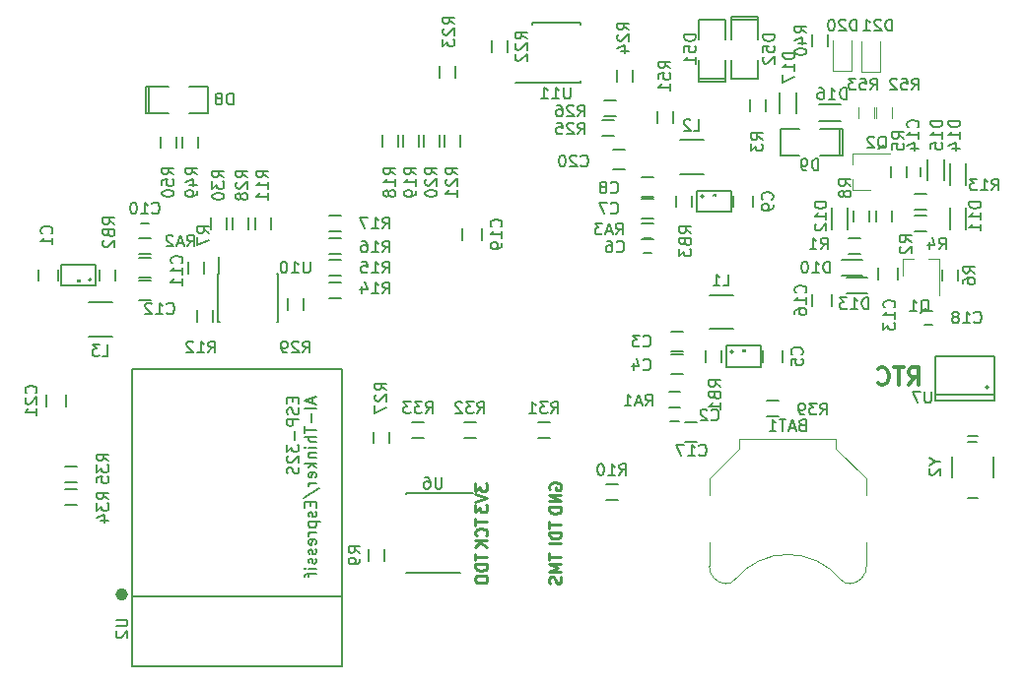
<source format=gbo>
G04 #@! TF.FileFunction,Legend,Bot*
%FSLAX46Y46*%
G04 Gerber Fmt 4.6, Leading zero omitted, Abs format (unit mm)*
G04 Created by KiCad (PCBNEW 4.0.7+dfsg1-1) date Fri Sep 29 00:39:50 2017*
%MOMM*%
%LPD*%
G01*
G04 APERTURE LIST*
%ADD10C,0.100000*%
%ADD11C,0.250000*%
%ADD12C,0.300000*%
%ADD13C,0.150000*%
%ADD14C,0.120000*%
%ADD15C,0.500000*%
%ADD16C,0.037500*%
G04 APERTURE END LIST*
D10*
D11*
X137748381Y-105854286D02*
X137748381Y-106425715D01*
X138748381Y-106140000D02*
X137748381Y-106140000D01*
X138653143Y-107330477D02*
X138700762Y-107282858D01*
X138748381Y-107140001D01*
X138748381Y-107044763D01*
X138700762Y-106901905D01*
X138605524Y-106806667D01*
X138510286Y-106759048D01*
X138319810Y-106711429D01*
X138176952Y-106711429D01*
X137986476Y-106759048D01*
X137891238Y-106806667D01*
X137796000Y-106901905D01*
X137748381Y-107044763D01*
X137748381Y-107140001D01*
X137796000Y-107282858D01*
X137843619Y-107330477D01*
X138748381Y-107759048D02*
X137748381Y-107759048D01*
X138748381Y-108330477D02*
X138176952Y-107901905D01*
X137748381Y-108330477D02*
X138319810Y-107759048D01*
X137748381Y-102853905D02*
X137748381Y-103472953D01*
X138129333Y-103139619D01*
X138129333Y-103282477D01*
X138176952Y-103377715D01*
X138224571Y-103425334D01*
X138319810Y-103472953D01*
X138557905Y-103472953D01*
X138653143Y-103425334D01*
X138700762Y-103377715D01*
X138748381Y-103282477D01*
X138748381Y-102996762D01*
X138700762Y-102901524D01*
X138653143Y-102853905D01*
X137748381Y-103758667D02*
X138748381Y-104092000D01*
X137748381Y-104425334D01*
X137748381Y-104663429D02*
X137748381Y-105282477D01*
X138129333Y-104949143D01*
X138129333Y-105092001D01*
X138176952Y-105187239D01*
X138224571Y-105234858D01*
X138319810Y-105282477D01*
X138557905Y-105282477D01*
X138653143Y-105234858D01*
X138700762Y-105187239D01*
X138748381Y-105092001D01*
X138748381Y-104806286D01*
X138700762Y-104711048D01*
X138653143Y-104663429D01*
X137748381Y-108878476D02*
X137748381Y-109449905D01*
X138748381Y-109164190D02*
X137748381Y-109164190D01*
X138748381Y-109783238D02*
X137748381Y-109783238D01*
X137748381Y-110021333D01*
X137796000Y-110164191D01*
X137891238Y-110259429D01*
X137986476Y-110307048D01*
X138176952Y-110354667D01*
X138319810Y-110354667D01*
X138510286Y-110307048D01*
X138605524Y-110259429D01*
X138700762Y-110164191D01*
X138748381Y-110021333D01*
X138748381Y-109783238D01*
X137748381Y-110973714D02*
X137748381Y-111164191D01*
X137796000Y-111259429D01*
X137891238Y-111354667D01*
X138081714Y-111402286D01*
X138415048Y-111402286D01*
X138605524Y-111354667D01*
X138700762Y-111259429D01*
X138748381Y-111164191D01*
X138748381Y-110973714D01*
X138700762Y-110878476D01*
X138605524Y-110783238D01*
X138415048Y-110735619D01*
X138081714Y-110735619D01*
X137891238Y-110783238D01*
X137796000Y-110878476D01*
X137748381Y-110973714D01*
X144146000Y-103330096D02*
X144098381Y-103234858D01*
X144098381Y-103092001D01*
X144146000Y-102949143D01*
X144241238Y-102853905D01*
X144336476Y-102806286D01*
X144526952Y-102758667D01*
X144669810Y-102758667D01*
X144860286Y-102806286D01*
X144955524Y-102853905D01*
X145050762Y-102949143D01*
X145098381Y-103092001D01*
X145098381Y-103187239D01*
X145050762Y-103330096D01*
X145003143Y-103377715D01*
X144669810Y-103377715D01*
X144669810Y-103187239D01*
X145098381Y-103806286D02*
X144098381Y-103806286D01*
X145098381Y-104377715D01*
X144098381Y-104377715D01*
X145098381Y-104853905D02*
X144098381Y-104853905D01*
X144098381Y-105092000D01*
X144146000Y-105234858D01*
X144241238Y-105330096D01*
X144336476Y-105377715D01*
X144526952Y-105425334D01*
X144669810Y-105425334D01*
X144860286Y-105377715D01*
X144955524Y-105330096D01*
X145050762Y-105234858D01*
X145098381Y-105092000D01*
X145098381Y-104853905D01*
X144098381Y-106116191D02*
X144098381Y-106687620D01*
X145098381Y-106401905D02*
X144098381Y-106401905D01*
X145098381Y-107020953D02*
X144098381Y-107020953D01*
X144098381Y-107259048D01*
X144146000Y-107401906D01*
X144241238Y-107497144D01*
X144336476Y-107544763D01*
X144526952Y-107592382D01*
X144669810Y-107592382D01*
X144860286Y-107544763D01*
X144955524Y-107497144D01*
X145050762Y-107401906D01*
X145098381Y-107259048D01*
X145098381Y-107020953D01*
X145098381Y-108020953D02*
X144098381Y-108020953D01*
X144098381Y-108854667D02*
X144098381Y-109426096D01*
X145098381Y-109140381D02*
X144098381Y-109140381D01*
X145098381Y-109759429D02*
X144098381Y-109759429D01*
X144812667Y-110092763D01*
X144098381Y-110426096D01*
X145098381Y-110426096D01*
X145050762Y-110854667D02*
X145098381Y-110997524D01*
X145098381Y-111235620D01*
X145050762Y-111330858D01*
X145003143Y-111378477D01*
X144907905Y-111426096D01*
X144812667Y-111426096D01*
X144717429Y-111378477D01*
X144669810Y-111330858D01*
X144622190Y-111235620D01*
X144574571Y-111045143D01*
X144526952Y-110949905D01*
X144479333Y-110902286D01*
X144384095Y-110854667D01*
X144288857Y-110854667D01*
X144193619Y-110902286D01*
X144146000Y-110949905D01*
X144098381Y-111045143D01*
X144098381Y-111283239D01*
X144146000Y-111426096D01*
D12*
X174967142Y-94356571D02*
X175467142Y-93642286D01*
X175824285Y-94356571D02*
X175824285Y-92856571D01*
X175252857Y-92856571D01*
X175109999Y-92928000D01*
X175038571Y-92999429D01*
X174967142Y-93142286D01*
X174967142Y-93356571D01*
X175038571Y-93499429D01*
X175109999Y-93570857D01*
X175252857Y-93642286D01*
X175824285Y-93642286D01*
X174538571Y-92856571D02*
X173681428Y-92856571D01*
X174109999Y-94356571D02*
X174109999Y-92856571D01*
X172324285Y-94213714D02*
X172395714Y-94285143D01*
X172610000Y-94356571D01*
X172752857Y-94356571D01*
X172967142Y-94285143D01*
X173110000Y-94142286D01*
X173181428Y-93999429D01*
X173252857Y-93713714D01*
X173252857Y-93499429D01*
X173181428Y-93213714D01*
X173110000Y-93070857D01*
X172967142Y-92928000D01*
X172752857Y-92856571D01*
X172610000Y-92856571D01*
X172395714Y-92928000D01*
X172324285Y-92999429D01*
D13*
X153369000Y-70826000D02*
X153369000Y-71826000D01*
X154719000Y-71826000D02*
X154719000Y-70826000D01*
X159759000Y-62944000D02*
X159759000Y-62690000D01*
X159759000Y-62690000D02*
X162045000Y-62690000D01*
X162045000Y-62690000D02*
X162045000Y-62944000D01*
X159759000Y-62944000D02*
X162045000Y-62944000D01*
X162045000Y-62944000D02*
X162045000Y-64595000D01*
X159759000Y-66373000D02*
X159759000Y-68024000D01*
X159759000Y-68024000D02*
X162045000Y-68024000D01*
X162045000Y-68024000D02*
X162045000Y-66373000D01*
X159759000Y-64595000D02*
X159759000Y-62944000D01*
X159251000Y-68024000D02*
X159251000Y-68278000D01*
X159251000Y-68278000D02*
X156965000Y-68278000D01*
X156965000Y-68278000D02*
X156965000Y-68024000D01*
X159251000Y-68024000D02*
X156965000Y-68024000D01*
X156965000Y-68024000D02*
X156965000Y-66373000D01*
X159251000Y-64595000D02*
X159251000Y-62944000D01*
X159251000Y-62944000D02*
X156965000Y-62944000D01*
X156965000Y-62944000D02*
X156965000Y-64595000D01*
X159251000Y-66373000D02*
X159251000Y-68024000D01*
X157870000Y-89565000D02*
X159870000Y-89565000D01*
X159870000Y-86615000D02*
X157870000Y-86615000D01*
X159886803Y-91500000D02*
G75*
G03X159886803Y-91500000I-111803J0D01*
G01*
X159275000Y-92800000D02*
X162275000Y-92800000D01*
X162275000Y-92800000D02*
X162275000Y-91000000D01*
X162275000Y-91000000D02*
X159275000Y-91000000D01*
X159275000Y-91000000D02*
X159275000Y-92800000D01*
X155330000Y-76230000D02*
X157330000Y-76230000D01*
X157330000Y-73280000D02*
X155330000Y-73280000D01*
X157346803Y-78135000D02*
G75*
G03X157346803Y-78135000I-111803J0D01*
G01*
X156735000Y-79435000D02*
X159735000Y-79435000D01*
X159735000Y-79435000D02*
X159735000Y-77635000D01*
X159735000Y-77635000D02*
X156735000Y-77635000D01*
X156735000Y-77635000D02*
X156735000Y-79435000D01*
X106530000Y-87250000D02*
X104530000Y-87250000D01*
X104530000Y-90200000D02*
X106530000Y-90200000D01*
X104736803Y-85315000D02*
G75*
G03X104736803Y-85315000I-111803J0D01*
G01*
X105125000Y-84015000D02*
X102125000Y-84015000D01*
X102125000Y-84015000D02*
X102125000Y-85815000D01*
X102125000Y-85815000D02*
X105125000Y-85815000D01*
X105125000Y-85815000D02*
X105125000Y-84015000D01*
X100235000Y-85415000D02*
X100235000Y-84415000D01*
X101935000Y-84415000D02*
X101935000Y-85415000D01*
X155560000Y-91480000D02*
X154560000Y-91480000D01*
X154560000Y-89780000D02*
X155560000Y-89780000D01*
X155560000Y-93385000D02*
X154560000Y-93385000D01*
X154560000Y-91685000D02*
X155560000Y-91685000D01*
X164165000Y-91400000D02*
X164165000Y-92400000D01*
X162465000Y-92400000D02*
X162465000Y-91400000D01*
X153020000Y-80050000D02*
X152020000Y-80050000D01*
X152020000Y-78350000D02*
X153020000Y-78350000D01*
X153020000Y-78145000D02*
X152020000Y-78145000D01*
X152020000Y-76445000D02*
X153020000Y-76445000D01*
X161625000Y-78065000D02*
X161625000Y-79065000D01*
X159925000Y-79065000D02*
X159925000Y-78065000D01*
X108840000Y-83430000D02*
X109840000Y-83430000D01*
X109840000Y-85130000D02*
X108840000Y-85130000D01*
X108840000Y-85335000D02*
X109840000Y-85335000D01*
X109840000Y-87035000D02*
X108840000Y-87035000D01*
X109721000Y-70945000D02*
X109467000Y-70945000D01*
X109467000Y-70945000D02*
X109467000Y-68659000D01*
X109467000Y-68659000D02*
X109721000Y-68659000D01*
X109721000Y-70945000D02*
X109721000Y-68659000D01*
X109721000Y-68659000D02*
X111372000Y-68659000D01*
X113150000Y-70945000D02*
X114801000Y-70945000D01*
X114801000Y-70945000D02*
X114801000Y-68659000D01*
X114801000Y-68659000D02*
X113150000Y-68659000D01*
X111372000Y-70945000D02*
X109721000Y-70945000D01*
X169030000Y-72342000D02*
X169284000Y-72342000D01*
X169284000Y-72342000D02*
X169284000Y-74628000D01*
X169284000Y-74628000D02*
X169030000Y-74628000D01*
X169030000Y-72342000D02*
X169030000Y-74628000D01*
X169030000Y-74628000D02*
X167379000Y-74628000D01*
X165601000Y-72342000D02*
X163950000Y-72342000D01*
X163950000Y-72342000D02*
X163950000Y-74628000D01*
X163950000Y-74628000D02*
X165601000Y-74628000D01*
X167379000Y-72342000D02*
X169030000Y-72342000D01*
X181857000Y-94567000D02*
G75*
G03X181857000Y-94567000I-127000J0D01*
G01*
X182365000Y-95202000D02*
X177285000Y-95202000D01*
X182365000Y-91900000D02*
X177285000Y-91900000D01*
X182365000Y-95710000D02*
X177285000Y-95710000D01*
X182365000Y-95710000D02*
X182365000Y-91900000D01*
X177285000Y-95710000D02*
X177285000Y-91900000D01*
X174071000Y-84288000D02*
X174071000Y-85288000D01*
X172371000Y-85288000D02*
X172371000Y-84288000D01*
X169200000Y-83580000D02*
X171000000Y-83580000D01*
X169200000Y-84980000D02*
X171000000Y-84980000D01*
X178490000Y-80935000D02*
X178490000Y-79135000D01*
X179890000Y-80935000D02*
X179890000Y-79135000D01*
X177985000Y-74925000D02*
X177985000Y-76725000D01*
X176585000Y-74925000D02*
X176585000Y-76725000D01*
X168330000Y-80935000D02*
X168330000Y-79135000D01*
X169730000Y-80935000D02*
X169730000Y-79135000D01*
D14*
X174435000Y-83520000D02*
X175365000Y-83520000D01*
X177595000Y-83520000D02*
X176665000Y-83520000D01*
X177595000Y-83520000D02*
X177595000Y-86680000D01*
X174435000Y-83520000D02*
X174435000Y-84980000D01*
X170175000Y-77605000D02*
X170175000Y-76675000D01*
X170175000Y-74445000D02*
X170175000Y-75375000D01*
X170175000Y-74445000D02*
X173335000Y-74445000D01*
X170175000Y-77605000D02*
X171635000Y-77605000D01*
D13*
X154510000Y-97510000D02*
X155210000Y-97510000D01*
X155210000Y-96310000D02*
X154510000Y-96310000D01*
X152170000Y-82975000D02*
X152870000Y-82975000D01*
X152870000Y-81775000D02*
X152170000Y-81775000D01*
X109690000Y-80505000D02*
X108990000Y-80505000D01*
X108990000Y-81705000D02*
X109690000Y-81705000D01*
X174780000Y-75675000D02*
X174780000Y-76375000D01*
X175980000Y-76375000D02*
X175980000Y-75675000D01*
X170800000Y-81700000D02*
X169800000Y-81700000D01*
X169800000Y-83050000D02*
X170800000Y-83050000D01*
X172165000Y-79335000D02*
X172165000Y-80335000D01*
X173515000Y-80335000D02*
X173515000Y-79335000D01*
X175515000Y-81145000D02*
X176515000Y-81145000D01*
X176515000Y-79795000D02*
X175515000Y-79795000D01*
X174785000Y-76525000D02*
X174785000Y-75525000D01*
X173435000Y-75525000D02*
X173435000Y-76525000D01*
X179230000Y-85415000D02*
X179230000Y-84415000D01*
X177880000Y-84415000D02*
X177880000Y-85415000D01*
X114460000Y-84780000D02*
X114460000Y-83780000D01*
X113110000Y-83780000D02*
X113110000Y-84780000D01*
X170260000Y-79335000D02*
X170260000Y-80335000D01*
X171610000Y-80335000D02*
X171610000Y-79335000D01*
X129955000Y-109500000D02*
X129955000Y-108500000D01*
X128605000Y-108500000D02*
X128605000Y-109500000D01*
X148972000Y-104259000D02*
X149972000Y-104259000D01*
X149972000Y-102909000D02*
X148972000Y-102909000D01*
X175515000Y-79240000D02*
X176515000Y-79240000D01*
X176515000Y-77890000D02*
X175515000Y-77890000D01*
X155360000Y-94965000D02*
X154360000Y-94965000D01*
X154360000Y-96315000D02*
X155360000Y-96315000D01*
X108840000Y-83050000D02*
X109840000Y-83050000D01*
X109840000Y-81700000D02*
X108840000Y-81700000D01*
X153020000Y-80430000D02*
X152020000Y-80430000D01*
X152020000Y-81780000D02*
X153020000Y-81780000D01*
X158910000Y-92400000D02*
X158910000Y-91400000D01*
X157560000Y-91400000D02*
X157560000Y-92400000D01*
X105490000Y-84415000D02*
X105490000Y-85415000D01*
X106840000Y-85415000D02*
X106840000Y-84415000D01*
X156370000Y-79065000D02*
X156370000Y-78065000D01*
X155020000Y-78065000D02*
X155020000Y-79065000D01*
X125182000Y-86860000D02*
X126182000Y-86860000D01*
X126182000Y-85510000D02*
X125182000Y-85510000D01*
X125182000Y-84954000D02*
X126182000Y-84954000D01*
X126182000Y-83604000D02*
X125182000Y-83604000D01*
X125182000Y-83050000D02*
X126182000Y-83050000D01*
X126182000Y-81700000D02*
X125182000Y-81700000D01*
X125182000Y-81145000D02*
X126182000Y-81145000D01*
X126182000Y-79795000D02*
X125182000Y-79795000D01*
X129747000Y-72858000D02*
X129747000Y-73858000D01*
X131097000Y-73858000D02*
X131097000Y-72858000D01*
X131525000Y-72858000D02*
X131525000Y-73858000D01*
X132875000Y-73858000D02*
X132875000Y-72858000D01*
X133303000Y-72858000D02*
X133303000Y-73858000D01*
X134653000Y-73858000D02*
X134653000Y-72858000D01*
X135081000Y-72858000D02*
X135081000Y-73858000D01*
X136431000Y-73858000D02*
X136431000Y-72858000D01*
X115655000Y-84745000D02*
X115705000Y-84745000D01*
X115655000Y-88895000D02*
X115800000Y-88895000D01*
X120805000Y-88895000D02*
X120660000Y-88895000D01*
X120805000Y-84745000D02*
X120660000Y-84745000D01*
X115655000Y-84745000D02*
X115655000Y-88895000D01*
X120805000Y-84745000D02*
X120805000Y-88895000D01*
X115705000Y-84745000D02*
X115705000Y-83345000D01*
X176300000Y-89198000D02*
X177000000Y-89198000D01*
X177000000Y-87998000D02*
X176300000Y-87998000D01*
X142605000Y-68375000D02*
X142605000Y-68325000D01*
X146755000Y-68375000D02*
X146755000Y-68230000D01*
X146755000Y-63225000D02*
X146755000Y-63370000D01*
X142605000Y-63225000D02*
X142605000Y-63370000D01*
X142605000Y-68375000D02*
X146755000Y-68375000D01*
X142605000Y-63225000D02*
X146755000Y-63225000D01*
X142605000Y-68325000D02*
X141205000Y-68325000D01*
X171400000Y-86504000D02*
X169600000Y-86504000D01*
X171400000Y-85104000D02*
X169600000Y-85104000D01*
X178490000Y-77125000D02*
X178490000Y-75325000D01*
X179890000Y-77125000D02*
X179890000Y-75325000D01*
D15*
X107638415Y-112384338D02*
G75*
G03X107638415Y-112384338I-283981J0D01*
G01*
D13*
X126260434Y-112530338D02*
X108260434Y-112530338D01*
X108260434Y-118530338D02*
X108260434Y-93030338D01*
X126260434Y-118530338D02*
X126260434Y-93030338D01*
X126260434Y-93030338D02*
X108260434Y-93030338D01*
X126260434Y-118530338D02*
X108260434Y-118530338D01*
X167295000Y-70245000D02*
X169095000Y-70245000D01*
X167295000Y-71645000D02*
X169095000Y-71645000D01*
X165285000Y-69210000D02*
X165285000Y-71010000D01*
X163885000Y-69210000D02*
X163885000Y-71010000D01*
X161370000Y-69810000D02*
X161370000Y-70810000D01*
X162720000Y-70810000D02*
X162720000Y-69810000D01*
X139145000Y-64730000D02*
X139145000Y-65730000D01*
X140495000Y-65730000D02*
X140495000Y-64730000D01*
X134700000Y-66932000D02*
X134700000Y-67932000D01*
X136050000Y-67932000D02*
X136050000Y-66932000D01*
X149940000Y-67270000D02*
X149940000Y-68270000D01*
X151290000Y-68270000D02*
X151290000Y-67270000D01*
X148675000Y-72890000D02*
X149675000Y-72890000D01*
X149675000Y-71540000D02*
X148675000Y-71540000D01*
X148780000Y-71275000D02*
X149780000Y-71275000D01*
X149780000Y-69925000D02*
X148780000Y-69925000D01*
X131780000Y-103690000D02*
X131780000Y-103790000D01*
X131780000Y-110515000D02*
X131780000Y-110490000D01*
X136430000Y-110515000D02*
X136430000Y-110490000D01*
X137505000Y-103690000D02*
X131780000Y-103690000D01*
X136430000Y-110515000D02*
X131780000Y-110515000D01*
X120175000Y-80970000D02*
X120175000Y-79970000D01*
X118825000Y-79970000D02*
X118825000Y-80970000D01*
X113805000Y-87900000D02*
X113805000Y-88900000D01*
X115155000Y-88900000D02*
X115155000Y-87900000D01*
X128985000Y-98385000D02*
X128985000Y-99385000D01*
X130335000Y-99385000D02*
X130335000Y-98385000D01*
X118270000Y-80970000D02*
X118270000Y-79970000D01*
X116920000Y-79970000D02*
X116920000Y-80970000D01*
X122955000Y-87900000D02*
X122955000Y-86900000D01*
X121605000Y-86900000D02*
X121605000Y-87900000D01*
X116365000Y-80970000D02*
X116365000Y-79970000D01*
X115015000Y-79970000D02*
X115015000Y-80970000D01*
X143130000Y-98925000D02*
X144130000Y-98925000D01*
X144130000Y-97575000D02*
X143130000Y-97575000D01*
X136780000Y-98925000D02*
X137780000Y-98925000D01*
X137780000Y-97575000D02*
X136780000Y-97575000D01*
X132335000Y-98925000D02*
X133335000Y-98925000D01*
X133335000Y-97575000D02*
X132335000Y-97575000D01*
X103490000Y-103290000D02*
X102490000Y-103290000D01*
X102490000Y-104640000D02*
X103490000Y-104640000D01*
X180079000Y-99266000D02*
X180841000Y-99266000D01*
X182260000Y-100525000D02*
X182260000Y-102325000D01*
X180860000Y-104125000D02*
X180060000Y-104125000D01*
X178660000Y-102325000D02*
X178660000Y-100525000D01*
X180060000Y-98725000D02*
X180860000Y-98725000D01*
X103490000Y-101385000D02*
X102490000Y-101385000D01*
X102490000Y-102735000D02*
X103490000Y-102735000D01*
X168356000Y-86574000D02*
X168356000Y-87574000D01*
X166656000Y-87574000D02*
X166656000Y-86574000D01*
X162815000Y-97020000D02*
X163815000Y-97020000D01*
X163815000Y-95670000D02*
X162815000Y-95670000D01*
X166704000Y-64222000D02*
X166704000Y-65222000D01*
X168054000Y-65222000D02*
X168054000Y-64222000D01*
X156780000Y-99250000D02*
X155780000Y-99250000D01*
X155780000Y-97550000D02*
X156780000Y-97550000D01*
X138330000Y-80900000D02*
X138330000Y-81900000D01*
X136630000Y-81900000D02*
X136630000Y-80900000D01*
X149580000Y-74150000D02*
X150580000Y-74150000D01*
X150580000Y-75850000D02*
X149580000Y-75850000D01*
X100870000Y-96210000D02*
X100870000Y-95210000D01*
X102570000Y-95210000D02*
X102570000Y-96210000D01*
X112602000Y-72985000D02*
X112602000Y-73985000D01*
X113952000Y-73985000D02*
X113952000Y-72985000D01*
X110697000Y-72985000D02*
X110697000Y-73985000D01*
X112047000Y-73985000D02*
X112047000Y-72985000D01*
D14*
X170084000Y-67338000D02*
X168484000Y-67338000D01*
X168484000Y-67338000D02*
X168484000Y-64738000D01*
X170084000Y-67338000D02*
X170084000Y-64738000D01*
X172497000Y-67431000D02*
X170897000Y-67431000D01*
X170897000Y-67431000D02*
X170897000Y-64831000D01*
X172497000Y-67431000D02*
X172497000Y-64831000D01*
X172160000Y-70445000D02*
X172160000Y-71445000D01*
X173520000Y-71445000D02*
X173520000Y-70445000D01*
X170636000Y-70445000D02*
X170636000Y-71445000D01*
X171996000Y-71445000D02*
X171996000Y-70445000D01*
X159170385Y-111454160D02*
G75*
G03X160085000Y-111070000I124615J984160D01*
G01*
X169999615Y-111454160D02*
G75*
G02X169085000Y-111070000I-124615J984160D01*
G01*
X160094339Y-111058671D02*
G75*
G02X169085000Y-111070000I4490661J-3711329D01*
G01*
X157835000Y-109920000D02*
G75*
G03X159285000Y-111470000I1500000J-50000D01*
G01*
X171335000Y-109920000D02*
G75*
G02X169885000Y-111470000I-1500000J-50000D01*
G01*
X157835000Y-107870000D02*
X157835000Y-109970000D01*
X171335000Y-107870000D02*
X171335000Y-109970000D01*
X171335000Y-103870000D02*
X171335000Y-102420000D01*
X171335000Y-102420000D02*
X168735000Y-99820000D01*
X168735000Y-99820000D02*
X168735000Y-99020000D01*
X168735000Y-99020000D02*
X160435000Y-99020000D01*
X160435000Y-99020000D02*
X160435000Y-99820000D01*
X160435000Y-99820000D02*
X157835000Y-102420000D01*
X157835000Y-102420000D02*
X157835000Y-103870000D01*
D13*
X154496381Y-67127143D02*
X154020190Y-66793809D01*
X154496381Y-66555714D02*
X153496381Y-66555714D01*
X153496381Y-66936667D01*
X153544000Y-67031905D01*
X153591619Y-67079524D01*
X153686857Y-67127143D01*
X153829714Y-67127143D01*
X153924952Y-67079524D01*
X153972571Y-67031905D01*
X154020190Y-66936667D01*
X154020190Y-66555714D01*
X153496381Y-68031905D02*
X153496381Y-67555714D01*
X153972571Y-67508095D01*
X153924952Y-67555714D01*
X153877333Y-67650952D01*
X153877333Y-67889048D01*
X153924952Y-67984286D01*
X153972571Y-68031905D01*
X154067810Y-68079524D01*
X154305905Y-68079524D01*
X154401143Y-68031905D01*
X154448762Y-67984286D01*
X154496381Y-67889048D01*
X154496381Y-67650952D01*
X154448762Y-67555714D01*
X154401143Y-67508095D01*
X154496381Y-69031905D02*
X154496381Y-68460476D01*
X154496381Y-68746190D02*
X153496381Y-68746190D01*
X153639238Y-68650952D01*
X153734476Y-68555714D01*
X153782095Y-68460476D01*
X163432381Y-64235714D02*
X162432381Y-64235714D01*
X162432381Y-64473809D01*
X162480000Y-64616667D01*
X162575238Y-64711905D01*
X162670476Y-64759524D01*
X162860952Y-64807143D01*
X163003810Y-64807143D01*
X163194286Y-64759524D01*
X163289524Y-64711905D01*
X163384762Y-64616667D01*
X163432381Y-64473809D01*
X163432381Y-64235714D01*
X162432381Y-65711905D02*
X162432381Y-65235714D01*
X162908571Y-65188095D01*
X162860952Y-65235714D01*
X162813333Y-65330952D01*
X162813333Y-65569048D01*
X162860952Y-65664286D01*
X162908571Y-65711905D01*
X163003810Y-65759524D01*
X163241905Y-65759524D01*
X163337143Y-65711905D01*
X163384762Y-65664286D01*
X163432381Y-65569048D01*
X163432381Y-65330952D01*
X163384762Y-65235714D01*
X163337143Y-65188095D01*
X162527619Y-66140476D02*
X162480000Y-66188095D01*
X162432381Y-66283333D01*
X162432381Y-66521429D01*
X162480000Y-66616667D01*
X162527619Y-66664286D01*
X162622857Y-66711905D01*
X162718095Y-66711905D01*
X162860952Y-66664286D01*
X163432381Y-66092857D01*
X163432381Y-66711905D01*
X156682381Y-64235714D02*
X155682381Y-64235714D01*
X155682381Y-64473809D01*
X155730000Y-64616667D01*
X155825238Y-64711905D01*
X155920476Y-64759524D01*
X156110952Y-64807143D01*
X156253810Y-64807143D01*
X156444286Y-64759524D01*
X156539524Y-64711905D01*
X156634762Y-64616667D01*
X156682381Y-64473809D01*
X156682381Y-64235714D01*
X155682381Y-65711905D02*
X155682381Y-65235714D01*
X156158571Y-65188095D01*
X156110952Y-65235714D01*
X156063333Y-65330952D01*
X156063333Y-65569048D01*
X156110952Y-65664286D01*
X156158571Y-65711905D01*
X156253810Y-65759524D01*
X156491905Y-65759524D01*
X156587143Y-65711905D01*
X156634762Y-65664286D01*
X156682381Y-65569048D01*
X156682381Y-65330952D01*
X156634762Y-65235714D01*
X156587143Y-65188095D01*
X156682381Y-66711905D02*
X156682381Y-66140476D01*
X156682381Y-66426190D02*
X155682381Y-66426190D01*
X155825238Y-66330952D01*
X155920476Y-66235714D01*
X155968095Y-66140476D01*
X159036666Y-85842381D02*
X159512857Y-85842381D01*
X159512857Y-84842381D01*
X158179523Y-85842381D02*
X158750952Y-85842381D01*
X158465238Y-85842381D02*
X158465238Y-84842381D01*
X158560476Y-84985238D01*
X158655714Y-85080476D01*
X158750952Y-85128095D01*
D16*
X160889286Y-91317857D02*
X160889286Y-91439286D01*
X160882143Y-91453571D01*
X160875000Y-91460714D01*
X160860714Y-91467857D01*
X160832143Y-91467857D01*
X160817857Y-91460714D01*
X160810714Y-91453571D01*
X160803571Y-91439286D01*
X160803571Y-91317857D01*
X160746428Y-91317857D02*
X160653571Y-91317857D01*
X160703571Y-91375000D01*
X160682143Y-91375000D01*
X160667857Y-91382143D01*
X160660714Y-91389286D01*
X160653571Y-91403571D01*
X160653571Y-91439286D01*
X160660714Y-91453571D01*
X160667857Y-91460714D01*
X160682143Y-91467857D01*
X160725000Y-91467857D01*
X160739286Y-91460714D01*
X160746428Y-91453571D01*
D13*
X156496666Y-72507381D02*
X156972857Y-72507381D01*
X156972857Y-71507381D01*
X156210952Y-71602619D02*
X156163333Y-71555000D01*
X156068095Y-71507381D01*
X155829999Y-71507381D01*
X155734761Y-71555000D01*
X155687142Y-71602619D01*
X155639523Y-71697857D01*
X155639523Y-71793095D01*
X155687142Y-71935952D01*
X156258571Y-72507381D01*
X155639523Y-72507381D01*
D16*
X158349286Y-77952857D02*
X158349286Y-78074286D01*
X158342143Y-78088571D01*
X158335000Y-78095714D01*
X158320714Y-78102857D01*
X158292143Y-78102857D01*
X158277857Y-78095714D01*
X158270714Y-78088571D01*
X158263571Y-78074286D01*
X158263571Y-77952857D01*
X158127857Y-78002857D02*
X158127857Y-78102857D01*
X158163571Y-77945714D02*
X158199286Y-78052857D01*
X158106428Y-78052857D01*
D13*
X105696666Y-91877381D02*
X106172857Y-91877381D01*
X106172857Y-90877381D01*
X105458571Y-90877381D02*
X104839523Y-90877381D01*
X105172857Y-91258333D01*
X105029999Y-91258333D01*
X104934761Y-91305952D01*
X104887142Y-91353571D01*
X104839523Y-91448810D01*
X104839523Y-91686905D01*
X104887142Y-91782143D01*
X104934761Y-91829762D01*
X105029999Y-91877381D01*
X105315714Y-91877381D01*
X105410952Y-91829762D01*
X105458571Y-91782143D01*
D16*
X103739286Y-85332857D02*
X103739286Y-85454286D01*
X103732143Y-85468571D01*
X103725000Y-85475714D01*
X103710714Y-85482857D01*
X103682143Y-85482857D01*
X103667857Y-85475714D01*
X103660714Y-85468571D01*
X103653571Y-85454286D01*
X103653571Y-85332857D01*
X103510714Y-85332857D02*
X103582143Y-85332857D01*
X103589286Y-85404286D01*
X103582143Y-85397143D01*
X103567857Y-85390000D01*
X103532143Y-85390000D01*
X103517857Y-85397143D01*
X103510714Y-85404286D01*
X103503571Y-85418571D01*
X103503571Y-85454286D01*
X103510714Y-85468571D01*
X103517857Y-85475714D01*
X103532143Y-85482857D01*
X103567857Y-85482857D01*
X103582143Y-85475714D01*
X103589286Y-85468571D01*
D13*
X101315143Y-81319334D02*
X101362762Y-81271715D01*
X101410381Y-81128858D01*
X101410381Y-81033620D01*
X101362762Y-80890762D01*
X101267524Y-80795524D01*
X101172286Y-80747905D01*
X100981810Y-80700286D01*
X100838952Y-80700286D01*
X100648476Y-80747905D01*
X100553238Y-80795524D01*
X100458000Y-80890762D01*
X100410381Y-81033620D01*
X100410381Y-81128858D01*
X100458000Y-81271715D01*
X100505619Y-81319334D01*
X101410381Y-82271715D02*
X101410381Y-81700286D01*
X101410381Y-81986000D02*
X100410381Y-81986000D01*
X100553238Y-81890762D01*
X100648476Y-81795524D01*
X100696095Y-81700286D01*
X152178666Y-90987143D02*
X152226285Y-91034762D01*
X152369142Y-91082381D01*
X152464380Y-91082381D01*
X152607238Y-91034762D01*
X152702476Y-90939524D01*
X152750095Y-90844286D01*
X152797714Y-90653810D01*
X152797714Y-90510952D01*
X152750095Y-90320476D01*
X152702476Y-90225238D01*
X152607238Y-90130000D01*
X152464380Y-90082381D01*
X152369142Y-90082381D01*
X152226285Y-90130000D01*
X152178666Y-90177619D01*
X151845333Y-90082381D02*
X151226285Y-90082381D01*
X151559619Y-90463333D01*
X151416761Y-90463333D01*
X151321523Y-90510952D01*
X151273904Y-90558571D01*
X151226285Y-90653810D01*
X151226285Y-90891905D01*
X151273904Y-90987143D01*
X151321523Y-91034762D01*
X151416761Y-91082381D01*
X151702476Y-91082381D01*
X151797714Y-91034762D01*
X151845333Y-90987143D01*
X152178666Y-93019143D02*
X152226285Y-93066762D01*
X152369142Y-93114381D01*
X152464380Y-93114381D01*
X152607238Y-93066762D01*
X152702476Y-92971524D01*
X152750095Y-92876286D01*
X152797714Y-92685810D01*
X152797714Y-92542952D01*
X152750095Y-92352476D01*
X152702476Y-92257238D01*
X152607238Y-92162000D01*
X152464380Y-92114381D01*
X152369142Y-92114381D01*
X152226285Y-92162000D01*
X152178666Y-92209619D01*
X151321523Y-92447714D02*
X151321523Y-93114381D01*
X151559619Y-92066762D02*
X151797714Y-92781048D01*
X151178666Y-92781048D01*
X165772143Y-91733334D02*
X165819762Y-91685715D01*
X165867381Y-91542858D01*
X165867381Y-91447620D01*
X165819762Y-91304762D01*
X165724524Y-91209524D01*
X165629286Y-91161905D01*
X165438810Y-91114286D01*
X165295952Y-91114286D01*
X165105476Y-91161905D01*
X165010238Y-91209524D01*
X164915000Y-91304762D01*
X164867381Y-91447620D01*
X164867381Y-91542858D01*
X164915000Y-91685715D01*
X164962619Y-91733334D01*
X164867381Y-92638096D02*
X164867381Y-92161905D01*
X165343571Y-92114286D01*
X165295952Y-92161905D01*
X165248333Y-92257143D01*
X165248333Y-92495239D01*
X165295952Y-92590477D01*
X165343571Y-92638096D01*
X165438810Y-92685715D01*
X165676905Y-92685715D01*
X165772143Y-92638096D01*
X165819762Y-92590477D01*
X165867381Y-92495239D01*
X165867381Y-92257143D01*
X165819762Y-92161905D01*
X165772143Y-92114286D01*
X149384666Y-79557143D02*
X149432285Y-79604762D01*
X149575142Y-79652381D01*
X149670380Y-79652381D01*
X149813238Y-79604762D01*
X149908476Y-79509524D01*
X149956095Y-79414286D01*
X150003714Y-79223810D01*
X150003714Y-79080952D01*
X149956095Y-78890476D01*
X149908476Y-78795238D01*
X149813238Y-78700000D01*
X149670380Y-78652381D01*
X149575142Y-78652381D01*
X149432285Y-78700000D01*
X149384666Y-78747619D01*
X149051333Y-78652381D02*
X148384666Y-78652381D01*
X148813238Y-79652381D01*
X149384666Y-77779143D02*
X149432285Y-77826762D01*
X149575142Y-77874381D01*
X149670380Y-77874381D01*
X149813238Y-77826762D01*
X149908476Y-77731524D01*
X149956095Y-77636286D01*
X150003714Y-77445810D01*
X150003714Y-77302952D01*
X149956095Y-77112476D01*
X149908476Y-77017238D01*
X149813238Y-76922000D01*
X149670380Y-76874381D01*
X149575142Y-76874381D01*
X149432285Y-76922000D01*
X149384666Y-76969619D01*
X148813238Y-77302952D02*
X148908476Y-77255333D01*
X148956095Y-77207714D01*
X149003714Y-77112476D01*
X149003714Y-77064857D01*
X148956095Y-76969619D01*
X148908476Y-76922000D01*
X148813238Y-76874381D01*
X148622761Y-76874381D01*
X148527523Y-76922000D01*
X148479904Y-76969619D01*
X148432285Y-77064857D01*
X148432285Y-77112476D01*
X148479904Y-77207714D01*
X148527523Y-77255333D01*
X148622761Y-77302952D01*
X148813238Y-77302952D01*
X148908476Y-77350571D01*
X148956095Y-77398190D01*
X149003714Y-77493429D01*
X149003714Y-77683905D01*
X148956095Y-77779143D01*
X148908476Y-77826762D01*
X148813238Y-77874381D01*
X148622761Y-77874381D01*
X148527523Y-77826762D01*
X148479904Y-77779143D01*
X148432285Y-77683905D01*
X148432285Y-77493429D01*
X148479904Y-77398190D01*
X148527523Y-77350571D01*
X148622761Y-77302952D01*
X163232143Y-78398334D02*
X163279762Y-78350715D01*
X163327381Y-78207858D01*
X163327381Y-78112620D01*
X163279762Y-77969762D01*
X163184524Y-77874524D01*
X163089286Y-77826905D01*
X162898810Y-77779286D01*
X162755952Y-77779286D01*
X162565476Y-77826905D01*
X162470238Y-77874524D01*
X162375000Y-77969762D01*
X162327381Y-78112620D01*
X162327381Y-78207858D01*
X162375000Y-78350715D01*
X162422619Y-78398334D01*
X163327381Y-78874524D02*
X163327381Y-79065000D01*
X163279762Y-79160239D01*
X163232143Y-79207858D01*
X163089286Y-79303096D01*
X162898810Y-79350715D01*
X162517857Y-79350715D01*
X162422619Y-79303096D01*
X162375000Y-79255477D01*
X162327381Y-79160239D01*
X162327381Y-78969762D01*
X162375000Y-78874524D01*
X162422619Y-78826905D01*
X162517857Y-78779286D01*
X162755952Y-78779286D01*
X162851190Y-78826905D01*
X162898810Y-78874524D01*
X162946429Y-78969762D01*
X162946429Y-79160239D01*
X162898810Y-79255477D01*
X162851190Y-79303096D01*
X162755952Y-79350715D01*
X112491143Y-83891143D02*
X112538762Y-83843524D01*
X112586381Y-83700667D01*
X112586381Y-83605429D01*
X112538762Y-83462571D01*
X112443524Y-83367333D01*
X112348286Y-83319714D01*
X112157810Y-83272095D01*
X112014952Y-83272095D01*
X111824476Y-83319714D01*
X111729238Y-83367333D01*
X111634000Y-83462571D01*
X111586381Y-83605429D01*
X111586381Y-83700667D01*
X111634000Y-83843524D01*
X111681619Y-83891143D01*
X112586381Y-84843524D02*
X112586381Y-84272095D01*
X112586381Y-84557809D02*
X111586381Y-84557809D01*
X111729238Y-84462571D01*
X111824476Y-84367333D01*
X111872095Y-84272095D01*
X112586381Y-85795905D02*
X112586381Y-85224476D01*
X112586381Y-85510190D02*
X111586381Y-85510190D01*
X111729238Y-85414952D01*
X111824476Y-85319714D01*
X111872095Y-85224476D01*
X111252857Y-88193143D02*
X111300476Y-88240762D01*
X111443333Y-88288381D01*
X111538571Y-88288381D01*
X111681429Y-88240762D01*
X111776667Y-88145524D01*
X111824286Y-88050286D01*
X111871905Y-87859810D01*
X111871905Y-87716952D01*
X111824286Y-87526476D01*
X111776667Y-87431238D01*
X111681429Y-87336000D01*
X111538571Y-87288381D01*
X111443333Y-87288381D01*
X111300476Y-87336000D01*
X111252857Y-87383619D01*
X110300476Y-88288381D02*
X110871905Y-88288381D01*
X110586191Y-88288381D02*
X110586191Y-87288381D01*
X110681429Y-87431238D01*
X110776667Y-87526476D01*
X110871905Y-87574095D01*
X109919524Y-87383619D02*
X109871905Y-87336000D01*
X109776667Y-87288381D01*
X109538571Y-87288381D01*
X109443333Y-87336000D01*
X109395714Y-87383619D01*
X109348095Y-87478857D01*
X109348095Y-87574095D01*
X109395714Y-87716952D01*
X109967143Y-88288381D01*
X109348095Y-88288381D01*
X116936095Y-70254381D02*
X116936095Y-69254381D01*
X116698000Y-69254381D01*
X116555142Y-69302000D01*
X116459904Y-69397238D01*
X116412285Y-69492476D01*
X116364666Y-69682952D01*
X116364666Y-69825810D01*
X116412285Y-70016286D01*
X116459904Y-70111524D01*
X116555142Y-70206762D01*
X116698000Y-70254381D01*
X116936095Y-70254381D01*
X115793238Y-69682952D02*
X115888476Y-69635333D01*
X115936095Y-69587714D01*
X115983714Y-69492476D01*
X115983714Y-69444857D01*
X115936095Y-69349619D01*
X115888476Y-69302000D01*
X115793238Y-69254381D01*
X115602761Y-69254381D01*
X115507523Y-69302000D01*
X115459904Y-69349619D01*
X115412285Y-69444857D01*
X115412285Y-69492476D01*
X115459904Y-69587714D01*
X115507523Y-69635333D01*
X115602761Y-69682952D01*
X115793238Y-69682952D01*
X115888476Y-69730571D01*
X115936095Y-69778190D01*
X115983714Y-69873429D01*
X115983714Y-70063905D01*
X115936095Y-70159143D01*
X115888476Y-70206762D01*
X115793238Y-70254381D01*
X115602761Y-70254381D01*
X115507523Y-70206762D01*
X115459904Y-70159143D01*
X115412285Y-70063905D01*
X115412285Y-69873429D01*
X115459904Y-69778190D01*
X115507523Y-69730571D01*
X115602761Y-69682952D01*
X167218095Y-75902381D02*
X167218095Y-74902381D01*
X166980000Y-74902381D01*
X166837142Y-74950000D01*
X166741904Y-75045238D01*
X166694285Y-75140476D01*
X166646666Y-75330952D01*
X166646666Y-75473810D01*
X166694285Y-75664286D01*
X166741904Y-75759524D01*
X166837142Y-75854762D01*
X166980000Y-75902381D01*
X167218095Y-75902381D01*
X166170476Y-75902381D02*
X165980000Y-75902381D01*
X165884761Y-75854762D01*
X165837142Y-75807143D01*
X165741904Y-75664286D01*
X165694285Y-75473810D01*
X165694285Y-75092857D01*
X165741904Y-74997619D01*
X165789523Y-74950000D01*
X165884761Y-74902381D01*
X166075238Y-74902381D01*
X166170476Y-74950000D01*
X166218095Y-74997619D01*
X166265714Y-75092857D01*
X166265714Y-75330952D01*
X166218095Y-75426190D01*
X166170476Y-75473810D01*
X166075238Y-75521429D01*
X165884761Y-75521429D01*
X165789523Y-75473810D01*
X165741904Y-75426190D01*
X165694285Y-75330952D01*
X176903905Y-94908381D02*
X176903905Y-95717905D01*
X176856286Y-95813143D01*
X176808667Y-95860762D01*
X176713429Y-95908381D01*
X176522952Y-95908381D01*
X176427714Y-95860762D01*
X176380095Y-95813143D01*
X176332476Y-95717905D01*
X176332476Y-94908381D01*
X175951524Y-94908381D02*
X175284857Y-94908381D01*
X175713429Y-95908381D01*
X173705143Y-87701143D02*
X173752762Y-87653524D01*
X173800381Y-87510667D01*
X173800381Y-87415429D01*
X173752762Y-87272571D01*
X173657524Y-87177333D01*
X173562286Y-87129714D01*
X173371810Y-87082095D01*
X173228952Y-87082095D01*
X173038476Y-87129714D01*
X172943238Y-87177333D01*
X172848000Y-87272571D01*
X172800381Y-87415429D01*
X172800381Y-87510667D01*
X172848000Y-87653524D01*
X172895619Y-87701143D01*
X173800381Y-88653524D02*
X173800381Y-88082095D01*
X173800381Y-88367809D02*
X172800381Y-88367809D01*
X172943238Y-88272571D01*
X173038476Y-88177333D01*
X173086095Y-88082095D01*
X172800381Y-88986857D02*
X172800381Y-89605905D01*
X173181333Y-89272571D01*
X173181333Y-89415429D01*
X173228952Y-89510667D01*
X173276571Y-89558286D01*
X173371810Y-89605905D01*
X173609905Y-89605905D01*
X173705143Y-89558286D01*
X173752762Y-89510667D01*
X173800381Y-89415429D01*
X173800381Y-89129714D01*
X173752762Y-89034476D01*
X173705143Y-88986857D01*
X168212286Y-84732381D02*
X168212286Y-83732381D01*
X167974191Y-83732381D01*
X167831333Y-83780000D01*
X167736095Y-83875238D01*
X167688476Y-83970476D01*
X167640857Y-84160952D01*
X167640857Y-84303810D01*
X167688476Y-84494286D01*
X167736095Y-84589524D01*
X167831333Y-84684762D01*
X167974191Y-84732381D01*
X168212286Y-84732381D01*
X166688476Y-84732381D02*
X167259905Y-84732381D01*
X166974191Y-84732381D02*
X166974191Y-83732381D01*
X167069429Y-83875238D01*
X167164667Y-83970476D01*
X167259905Y-84018095D01*
X166069429Y-83732381D02*
X165974190Y-83732381D01*
X165878952Y-83780000D01*
X165831333Y-83827619D01*
X165783714Y-83922857D01*
X165736095Y-84113333D01*
X165736095Y-84351429D01*
X165783714Y-84541905D01*
X165831333Y-84637143D01*
X165878952Y-84684762D01*
X165974190Y-84732381D01*
X166069429Y-84732381D01*
X166164667Y-84684762D01*
X166212286Y-84637143D01*
X166259905Y-84541905D01*
X166307524Y-84351429D01*
X166307524Y-84113333D01*
X166259905Y-83922857D01*
X166212286Y-83827619D01*
X166164667Y-83780000D01*
X166069429Y-83732381D01*
X181166381Y-78620714D02*
X180166381Y-78620714D01*
X180166381Y-78858809D01*
X180214000Y-79001667D01*
X180309238Y-79096905D01*
X180404476Y-79144524D01*
X180594952Y-79192143D01*
X180737810Y-79192143D01*
X180928286Y-79144524D01*
X181023524Y-79096905D01*
X181118762Y-79001667D01*
X181166381Y-78858809D01*
X181166381Y-78620714D01*
X181166381Y-80144524D02*
X181166381Y-79573095D01*
X181166381Y-79858809D02*
X180166381Y-79858809D01*
X180309238Y-79763571D01*
X180404476Y-79668333D01*
X180452095Y-79573095D01*
X181166381Y-81096905D02*
X181166381Y-80525476D01*
X181166381Y-80811190D02*
X180166381Y-80811190D01*
X180309238Y-80715952D01*
X180404476Y-80620714D01*
X180452095Y-80525476D01*
X177864381Y-71635714D02*
X176864381Y-71635714D01*
X176864381Y-71873809D01*
X176912000Y-72016667D01*
X177007238Y-72111905D01*
X177102476Y-72159524D01*
X177292952Y-72207143D01*
X177435810Y-72207143D01*
X177626286Y-72159524D01*
X177721524Y-72111905D01*
X177816762Y-72016667D01*
X177864381Y-71873809D01*
X177864381Y-71635714D01*
X177864381Y-73159524D02*
X177864381Y-72588095D01*
X177864381Y-72873809D02*
X176864381Y-72873809D01*
X177007238Y-72778571D01*
X177102476Y-72683333D01*
X177150095Y-72588095D01*
X176864381Y-74064286D02*
X176864381Y-73588095D01*
X177340571Y-73540476D01*
X177292952Y-73588095D01*
X177245333Y-73683333D01*
X177245333Y-73921429D01*
X177292952Y-74016667D01*
X177340571Y-74064286D01*
X177435810Y-74111905D01*
X177673905Y-74111905D01*
X177769143Y-74064286D01*
X177816762Y-74016667D01*
X177864381Y-73921429D01*
X177864381Y-73683333D01*
X177816762Y-73588095D01*
X177769143Y-73540476D01*
X167882381Y-78620714D02*
X166882381Y-78620714D01*
X166882381Y-78858809D01*
X166930000Y-79001667D01*
X167025238Y-79096905D01*
X167120476Y-79144524D01*
X167310952Y-79192143D01*
X167453810Y-79192143D01*
X167644286Y-79144524D01*
X167739524Y-79096905D01*
X167834762Y-79001667D01*
X167882381Y-78858809D01*
X167882381Y-78620714D01*
X167882381Y-80144524D02*
X167882381Y-79573095D01*
X167882381Y-79858809D02*
X166882381Y-79858809D01*
X167025238Y-79763571D01*
X167120476Y-79668333D01*
X167168095Y-79573095D01*
X166977619Y-80525476D02*
X166930000Y-80573095D01*
X166882381Y-80668333D01*
X166882381Y-80906429D01*
X166930000Y-81001667D01*
X166977619Y-81049286D01*
X167072857Y-81096905D01*
X167168095Y-81096905D01*
X167310952Y-81049286D01*
X167882381Y-80477857D01*
X167882381Y-81096905D01*
X175983238Y-88129619D02*
X176078476Y-88082000D01*
X176173714Y-87986762D01*
X176316571Y-87843905D01*
X176411810Y-87796286D01*
X176507048Y-87796286D01*
X176459429Y-88034381D02*
X176554667Y-87986762D01*
X176649905Y-87891524D01*
X176697524Y-87701048D01*
X176697524Y-87367714D01*
X176649905Y-87177238D01*
X176554667Y-87082000D01*
X176459429Y-87034381D01*
X176268952Y-87034381D01*
X176173714Y-87082000D01*
X176078476Y-87177238D01*
X176030857Y-87367714D01*
X176030857Y-87701048D01*
X176078476Y-87891524D01*
X176173714Y-87986762D01*
X176268952Y-88034381D01*
X176459429Y-88034381D01*
X175078476Y-88034381D02*
X175649905Y-88034381D01*
X175364191Y-88034381D02*
X175364191Y-87034381D01*
X175459429Y-87177238D01*
X175554667Y-87272476D01*
X175649905Y-87320095D01*
X172325238Y-74072619D02*
X172420476Y-74025000D01*
X172515714Y-73929762D01*
X172658571Y-73786905D01*
X172753810Y-73739286D01*
X172849048Y-73739286D01*
X172801429Y-73977381D02*
X172896667Y-73929762D01*
X172991905Y-73834524D01*
X173039524Y-73644048D01*
X173039524Y-73310714D01*
X172991905Y-73120238D01*
X172896667Y-73025000D01*
X172801429Y-72977381D01*
X172610952Y-72977381D01*
X172515714Y-73025000D01*
X172420476Y-73120238D01*
X172372857Y-73310714D01*
X172372857Y-73644048D01*
X172420476Y-73834524D01*
X172515714Y-73929762D01*
X172610952Y-73977381D01*
X172801429Y-73977381D01*
X171991905Y-73072619D02*
X171944286Y-73025000D01*
X171849048Y-72977381D01*
X171610952Y-72977381D01*
X171515714Y-73025000D01*
X171468095Y-73072619D01*
X171420476Y-73167857D01*
X171420476Y-73263095D01*
X171468095Y-73405952D01*
X172039524Y-73977381D01*
X171420476Y-73977381D01*
X158020666Y-97337143D02*
X158068285Y-97384762D01*
X158211142Y-97432381D01*
X158306380Y-97432381D01*
X158449238Y-97384762D01*
X158544476Y-97289524D01*
X158592095Y-97194286D01*
X158639714Y-97003810D01*
X158639714Y-96860952D01*
X158592095Y-96670476D01*
X158544476Y-96575238D01*
X158449238Y-96480000D01*
X158306380Y-96432381D01*
X158211142Y-96432381D01*
X158068285Y-96480000D01*
X158020666Y-96527619D01*
X157639714Y-96527619D02*
X157592095Y-96480000D01*
X157496857Y-96432381D01*
X157258761Y-96432381D01*
X157163523Y-96480000D01*
X157115904Y-96527619D01*
X157068285Y-96622857D01*
X157068285Y-96718095D01*
X157115904Y-96860952D01*
X157687333Y-97432381D01*
X157068285Y-97432381D01*
X149892666Y-82859143D02*
X149940285Y-82906762D01*
X150083142Y-82954381D01*
X150178380Y-82954381D01*
X150321238Y-82906762D01*
X150416476Y-82811524D01*
X150464095Y-82716286D01*
X150511714Y-82525810D01*
X150511714Y-82382952D01*
X150464095Y-82192476D01*
X150416476Y-82097238D01*
X150321238Y-82002000D01*
X150178380Y-81954381D01*
X150083142Y-81954381D01*
X149940285Y-82002000D01*
X149892666Y-82049619D01*
X149035523Y-81954381D02*
X149226000Y-81954381D01*
X149321238Y-82002000D01*
X149368857Y-82049619D01*
X149464095Y-82192476D01*
X149511714Y-82382952D01*
X149511714Y-82763905D01*
X149464095Y-82859143D01*
X149416476Y-82906762D01*
X149321238Y-82954381D01*
X149130761Y-82954381D01*
X149035523Y-82906762D01*
X148987904Y-82859143D01*
X148940285Y-82763905D01*
X148940285Y-82525810D01*
X148987904Y-82430571D01*
X149035523Y-82382952D01*
X149130761Y-82335333D01*
X149321238Y-82335333D01*
X149416476Y-82382952D01*
X149464095Y-82430571D01*
X149511714Y-82525810D01*
X109982857Y-79562143D02*
X110030476Y-79609762D01*
X110173333Y-79657381D01*
X110268571Y-79657381D01*
X110411429Y-79609762D01*
X110506667Y-79514524D01*
X110554286Y-79419286D01*
X110601905Y-79228810D01*
X110601905Y-79085952D01*
X110554286Y-78895476D01*
X110506667Y-78800238D01*
X110411429Y-78705000D01*
X110268571Y-78657381D01*
X110173333Y-78657381D01*
X110030476Y-78705000D01*
X109982857Y-78752619D01*
X109030476Y-79657381D02*
X109601905Y-79657381D01*
X109316191Y-79657381D02*
X109316191Y-78657381D01*
X109411429Y-78800238D01*
X109506667Y-78895476D01*
X109601905Y-78943095D01*
X108411429Y-78657381D02*
X108316190Y-78657381D01*
X108220952Y-78705000D01*
X108173333Y-78752619D01*
X108125714Y-78847857D01*
X108078095Y-79038333D01*
X108078095Y-79276429D01*
X108125714Y-79466905D01*
X108173333Y-79562143D01*
X108220952Y-79609762D01*
X108316190Y-79657381D01*
X108411429Y-79657381D01*
X108506667Y-79609762D01*
X108554286Y-79562143D01*
X108601905Y-79466905D01*
X108649524Y-79276429D01*
X108649524Y-79038333D01*
X108601905Y-78847857D01*
X108554286Y-78752619D01*
X108506667Y-78705000D01*
X108411429Y-78657381D01*
X175737143Y-72207143D02*
X175784762Y-72159524D01*
X175832381Y-72016667D01*
X175832381Y-71921429D01*
X175784762Y-71778571D01*
X175689524Y-71683333D01*
X175594286Y-71635714D01*
X175403810Y-71588095D01*
X175260952Y-71588095D01*
X175070476Y-71635714D01*
X174975238Y-71683333D01*
X174880000Y-71778571D01*
X174832381Y-71921429D01*
X174832381Y-72016667D01*
X174880000Y-72159524D01*
X174927619Y-72207143D01*
X175832381Y-73159524D02*
X175832381Y-72588095D01*
X175832381Y-72873809D02*
X174832381Y-72873809D01*
X174975238Y-72778571D01*
X175070476Y-72683333D01*
X175118095Y-72588095D01*
X175165714Y-74016667D02*
X175832381Y-74016667D01*
X174784762Y-73778571D02*
X175499048Y-73540476D01*
X175499048Y-74159524D01*
X167418666Y-82700381D02*
X167752000Y-82224190D01*
X167990095Y-82700381D02*
X167990095Y-81700381D01*
X167609142Y-81700381D01*
X167513904Y-81748000D01*
X167466285Y-81795619D01*
X167418666Y-81890857D01*
X167418666Y-82033714D01*
X167466285Y-82128952D01*
X167513904Y-82176571D01*
X167609142Y-82224190D01*
X167990095Y-82224190D01*
X166466285Y-82700381D02*
X167037714Y-82700381D01*
X166752000Y-82700381D02*
X166752000Y-81700381D01*
X166847238Y-81843238D01*
X166942476Y-81938476D01*
X167037714Y-81986095D01*
X175192381Y-82081334D02*
X174716190Y-81748000D01*
X175192381Y-81509905D02*
X174192381Y-81509905D01*
X174192381Y-81890858D01*
X174240000Y-81986096D01*
X174287619Y-82033715D01*
X174382857Y-82081334D01*
X174525714Y-82081334D01*
X174620952Y-82033715D01*
X174668571Y-81986096D01*
X174716190Y-81890858D01*
X174716190Y-81509905D01*
X174287619Y-82462286D02*
X174240000Y-82509905D01*
X174192381Y-82605143D01*
X174192381Y-82843239D01*
X174240000Y-82938477D01*
X174287619Y-82986096D01*
X174382857Y-83033715D01*
X174478095Y-83033715D01*
X174620952Y-82986096D01*
X175192381Y-82414667D01*
X175192381Y-83033715D01*
X177578666Y-82700381D02*
X177912000Y-82224190D01*
X178150095Y-82700381D02*
X178150095Y-81700381D01*
X177769142Y-81700381D01*
X177673904Y-81748000D01*
X177626285Y-81795619D01*
X177578666Y-81890857D01*
X177578666Y-82033714D01*
X177626285Y-82128952D01*
X177673904Y-82176571D01*
X177769142Y-82224190D01*
X178150095Y-82224190D01*
X176721523Y-82033714D02*
X176721523Y-82700381D01*
X176959619Y-81652762D02*
X177197714Y-82367048D01*
X176578666Y-82367048D01*
X174562381Y-73191334D02*
X174086190Y-72858000D01*
X174562381Y-72619905D02*
X173562381Y-72619905D01*
X173562381Y-73000858D01*
X173610000Y-73096096D01*
X173657619Y-73143715D01*
X173752857Y-73191334D01*
X173895714Y-73191334D01*
X173990952Y-73143715D01*
X174038571Y-73096096D01*
X174086190Y-73000858D01*
X174086190Y-72619905D01*
X173562381Y-74096096D02*
X173562381Y-73619905D01*
X174038571Y-73572286D01*
X173990952Y-73619905D01*
X173943333Y-73715143D01*
X173943333Y-73953239D01*
X173990952Y-74048477D01*
X174038571Y-74096096D01*
X174133810Y-74143715D01*
X174371905Y-74143715D01*
X174467143Y-74096096D01*
X174514762Y-74048477D01*
X174562381Y-73953239D01*
X174562381Y-73715143D01*
X174514762Y-73619905D01*
X174467143Y-73572286D01*
X180658381Y-84748334D02*
X180182190Y-84415000D01*
X180658381Y-84176905D02*
X179658381Y-84176905D01*
X179658381Y-84557858D01*
X179706000Y-84653096D01*
X179753619Y-84700715D01*
X179848857Y-84748334D01*
X179991714Y-84748334D01*
X180086952Y-84700715D01*
X180134571Y-84653096D01*
X180182190Y-84557858D01*
X180182190Y-84176905D01*
X179658381Y-85605477D02*
X179658381Y-85415000D01*
X179706000Y-85319762D01*
X179753619Y-85272143D01*
X179896476Y-85176905D01*
X180086952Y-85129286D01*
X180467905Y-85129286D01*
X180563143Y-85176905D01*
X180610762Y-85224524D01*
X180658381Y-85319762D01*
X180658381Y-85510239D01*
X180610762Y-85605477D01*
X180563143Y-85653096D01*
X180467905Y-85700715D01*
X180229810Y-85700715D01*
X180134571Y-85653096D01*
X180086952Y-85605477D01*
X180039333Y-85510239D01*
X180039333Y-85319762D01*
X180086952Y-85224524D01*
X180134571Y-85176905D01*
X180229810Y-85129286D01*
X114872381Y-81319334D02*
X114396190Y-80986000D01*
X114872381Y-80747905D02*
X113872381Y-80747905D01*
X113872381Y-81128858D01*
X113920000Y-81224096D01*
X113967619Y-81271715D01*
X114062857Y-81319334D01*
X114205714Y-81319334D01*
X114300952Y-81271715D01*
X114348571Y-81224096D01*
X114396190Y-81128858D01*
X114396190Y-80747905D01*
X113872381Y-81652667D02*
X113872381Y-82319334D01*
X114872381Y-81890762D01*
X169990381Y-77255334D02*
X169514190Y-76922000D01*
X169990381Y-76683905D02*
X168990381Y-76683905D01*
X168990381Y-77064858D01*
X169038000Y-77160096D01*
X169085619Y-77207715D01*
X169180857Y-77255334D01*
X169323714Y-77255334D01*
X169418952Y-77207715D01*
X169466571Y-77160096D01*
X169514190Y-77064858D01*
X169514190Y-76683905D01*
X169418952Y-77826762D02*
X169371333Y-77731524D01*
X169323714Y-77683905D01*
X169228476Y-77636286D01*
X169180857Y-77636286D01*
X169085619Y-77683905D01*
X169038000Y-77731524D01*
X168990381Y-77826762D01*
X168990381Y-78017239D01*
X169038000Y-78112477D01*
X169085619Y-78160096D01*
X169180857Y-78207715D01*
X169228476Y-78207715D01*
X169323714Y-78160096D01*
X169371333Y-78112477D01*
X169418952Y-78017239D01*
X169418952Y-77826762D01*
X169466571Y-77731524D01*
X169514190Y-77683905D01*
X169609429Y-77636286D01*
X169799905Y-77636286D01*
X169895143Y-77683905D01*
X169942762Y-77731524D01*
X169990381Y-77826762D01*
X169990381Y-78017239D01*
X169942762Y-78112477D01*
X169895143Y-78160096D01*
X169799905Y-78207715D01*
X169609429Y-78207715D01*
X169514190Y-78160096D01*
X169466571Y-78112477D01*
X169418952Y-78017239D01*
X127832381Y-108833334D02*
X127356190Y-108500000D01*
X127832381Y-108261905D02*
X126832381Y-108261905D01*
X126832381Y-108642858D01*
X126880000Y-108738096D01*
X126927619Y-108785715D01*
X127022857Y-108833334D01*
X127165714Y-108833334D01*
X127260952Y-108785715D01*
X127308571Y-108738096D01*
X127356190Y-108642858D01*
X127356190Y-108261905D01*
X127832381Y-109309524D02*
X127832381Y-109500000D01*
X127784762Y-109595239D01*
X127737143Y-109642858D01*
X127594286Y-109738096D01*
X127403810Y-109785715D01*
X127022857Y-109785715D01*
X126927619Y-109738096D01*
X126880000Y-109690477D01*
X126832381Y-109595239D01*
X126832381Y-109404762D01*
X126880000Y-109309524D01*
X126927619Y-109261905D01*
X127022857Y-109214286D01*
X127260952Y-109214286D01*
X127356190Y-109261905D01*
X127403810Y-109309524D01*
X127451429Y-109404762D01*
X127451429Y-109595239D01*
X127403810Y-109690477D01*
X127356190Y-109738096D01*
X127260952Y-109785715D01*
X150114857Y-102136381D02*
X150448191Y-101660190D01*
X150686286Y-102136381D02*
X150686286Y-101136381D01*
X150305333Y-101136381D01*
X150210095Y-101184000D01*
X150162476Y-101231619D01*
X150114857Y-101326857D01*
X150114857Y-101469714D01*
X150162476Y-101564952D01*
X150210095Y-101612571D01*
X150305333Y-101660190D01*
X150686286Y-101660190D01*
X149162476Y-102136381D02*
X149733905Y-102136381D01*
X149448191Y-102136381D02*
X149448191Y-101136381D01*
X149543429Y-101279238D01*
X149638667Y-101374476D01*
X149733905Y-101422095D01*
X148543429Y-101136381D02*
X148448190Y-101136381D01*
X148352952Y-101184000D01*
X148305333Y-101231619D01*
X148257714Y-101326857D01*
X148210095Y-101517333D01*
X148210095Y-101755429D01*
X148257714Y-101945905D01*
X148305333Y-102041143D01*
X148352952Y-102088762D01*
X148448190Y-102136381D01*
X148543429Y-102136381D01*
X148638667Y-102088762D01*
X148686286Y-102041143D01*
X148733905Y-101945905D01*
X148781524Y-101755429D01*
X148781524Y-101517333D01*
X148733905Y-101326857D01*
X148686286Y-101231619D01*
X148638667Y-101184000D01*
X148543429Y-101136381D01*
X182118857Y-77620381D02*
X182452191Y-77144190D01*
X182690286Y-77620381D02*
X182690286Y-76620381D01*
X182309333Y-76620381D01*
X182214095Y-76668000D01*
X182166476Y-76715619D01*
X182118857Y-76810857D01*
X182118857Y-76953714D01*
X182166476Y-77048952D01*
X182214095Y-77096571D01*
X182309333Y-77144190D01*
X182690286Y-77144190D01*
X181166476Y-77620381D02*
X181737905Y-77620381D01*
X181452191Y-77620381D02*
X181452191Y-76620381D01*
X181547429Y-76763238D01*
X181642667Y-76858476D01*
X181737905Y-76906095D01*
X180833143Y-76620381D02*
X180214095Y-76620381D01*
X180547429Y-77001333D01*
X180404571Y-77001333D01*
X180309333Y-77048952D01*
X180261714Y-77096571D01*
X180214095Y-77191810D01*
X180214095Y-77429905D01*
X180261714Y-77525143D01*
X180309333Y-77572762D01*
X180404571Y-77620381D01*
X180690286Y-77620381D01*
X180785524Y-77572762D01*
X180833143Y-77525143D01*
X152353238Y-96162381D02*
X152686572Y-95686190D01*
X152924667Y-96162381D02*
X152924667Y-95162381D01*
X152543714Y-95162381D01*
X152448476Y-95210000D01*
X152400857Y-95257619D01*
X152353238Y-95352857D01*
X152353238Y-95495714D01*
X152400857Y-95590952D01*
X152448476Y-95638571D01*
X152543714Y-95686190D01*
X152924667Y-95686190D01*
X151972286Y-95876667D02*
X151496095Y-95876667D01*
X152067524Y-96162381D02*
X151734191Y-95162381D01*
X151400857Y-96162381D01*
X150543714Y-96162381D02*
X151115143Y-96162381D01*
X150829429Y-96162381D02*
X150829429Y-95162381D01*
X150924667Y-95305238D01*
X151019905Y-95400476D01*
X151115143Y-95448095D01*
X112983238Y-82446381D02*
X113316572Y-81970190D01*
X113554667Y-82446381D02*
X113554667Y-81446381D01*
X113173714Y-81446381D01*
X113078476Y-81494000D01*
X113030857Y-81541619D01*
X112983238Y-81636857D01*
X112983238Y-81779714D01*
X113030857Y-81874952D01*
X113078476Y-81922571D01*
X113173714Y-81970190D01*
X113554667Y-81970190D01*
X112602286Y-82160667D02*
X112126095Y-82160667D01*
X112697524Y-82446381D02*
X112364191Y-81446381D01*
X112030857Y-82446381D01*
X111745143Y-81541619D02*
X111697524Y-81494000D01*
X111602286Y-81446381D01*
X111364190Y-81446381D01*
X111268952Y-81494000D01*
X111221333Y-81541619D01*
X111173714Y-81636857D01*
X111173714Y-81732095D01*
X111221333Y-81874952D01*
X111792762Y-82446381D01*
X111173714Y-82446381D01*
X149813238Y-81430381D02*
X150146572Y-80954190D01*
X150384667Y-81430381D02*
X150384667Y-80430381D01*
X150003714Y-80430381D01*
X149908476Y-80478000D01*
X149860857Y-80525619D01*
X149813238Y-80620857D01*
X149813238Y-80763714D01*
X149860857Y-80858952D01*
X149908476Y-80906571D01*
X150003714Y-80954190D01*
X150384667Y-80954190D01*
X149432286Y-81144667D02*
X148956095Y-81144667D01*
X149527524Y-81430381D02*
X149194191Y-80430381D01*
X148860857Y-81430381D01*
X148622762Y-80430381D02*
X148003714Y-80430381D01*
X148337048Y-80811333D01*
X148194190Y-80811333D01*
X148098952Y-80858952D01*
X148051333Y-80906571D01*
X148003714Y-81001810D01*
X148003714Y-81239905D01*
X148051333Y-81335143D01*
X148098952Y-81382762D01*
X148194190Y-81430381D01*
X148479905Y-81430381D01*
X148575143Y-81382762D01*
X148622762Y-81335143D01*
X158814381Y-94535334D02*
X158338190Y-94202000D01*
X158814381Y-93963905D02*
X157814381Y-93963905D01*
X157814381Y-94344858D01*
X157862000Y-94440096D01*
X157909619Y-94487715D01*
X158004857Y-94535334D01*
X158147714Y-94535334D01*
X158242952Y-94487715D01*
X158290571Y-94440096D01*
X158338190Y-94344858D01*
X158338190Y-93963905D01*
X158290571Y-95297239D02*
X158338190Y-95440096D01*
X158385810Y-95487715D01*
X158481048Y-95535334D01*
X158623905Y-95535334D01*
X158719143Y-95487715D01*
X158766762Y-95440096D01*
X158814381Y-95344858D01*
X158814381Y-94963905D01*
X157814381Y-94963905D01*
X157814381Y-95297239D01*
X157862000Y-95392477D01*
X157909619Y-95440096D01*
X158004857Y-95487715D01*
X158100095Y-95487715D01*
X158195333Y-95440096D01*
X158242952Y-95392477D01*
X158290571Y-95297239D01*
X158290571Y-94963905D01*
X158814381Y-96487715D02*
X158814381Y-95916286D01*
X158814381Y-96202000D02*
X157814381Y-96202000D01*
X157957238Y-96106762D01*
X158052476Y-96011524D01*
X158100095Y-95916286D01*
X106744381Y-80565334D02*
X106268190Y-80232000D01*
X106744381Y-79993905D02*
X105744381Y-79993905D01*
X105744381Y-80374858D01*
X105792000Y-80470096D01*
X105839619Y-80517715D01*
X105934857Y-80565334D01*
X106077714Y-80565334D01*
X106172952Y-80517715D01*
X106220571Y-80470096D01*
X106268190Y-80374858D01*
X106268190Y-79993905D01*
X106220571Y-81327239D02*
X106268190Y-81470096D01*
X106315810Y-81517715D01*
X106411048Y-81565334D01*
X106553905Y-81565334D01*
X106649143Y-81517715D01*
X106696762Y-81470096D01*
X106744381Y-81374858D01*
X106744381Y-80993905D01*
X105744381Y-80993905D01*
X105744381Y-81327239D01*
X105792000Y-81422477D01*
X105839619Y-81470096D01*
X105934857Y-81517715D01*
X106030095Y-81517715D01*
X106125333Y-81470096D01*
X106172952Y-81422477D01*
X106220571Y-81327239D01*
X106220571Y-80993905D01*
X105839619Y-81946286D02*
X105792000Y-81993905D01*
X105744381Y-82089143D01*
X105744381Y-82327239D01*
X105792000Y-82422477D01*
X105839619Y-82470096D01*
X105934857Y-82517715D01*
X106030095Y-82517715D01*
X106172952Y-82470096D01*
X106744381Y-81898667D01*
X106744381Y-82517715D01*
X156274381Y-81327334D02*
X155798190Y-80994000D01*
X156274381Y-80755905D02*
X155274381Y-80755905D01*
X155274381Y-81136858D01*
X155322000Y-81232096D01*
X155369619Y-81279715D01*
X155464857Y-81327334D01*
X155607714Y-81327334D01*
X155702952Y-81279715D01*
X155750571Y-81232096D01*
X155798190Y-81136858D01*
X155798190Y-80755905D01*
X155750571Y-82089239D02*
X155798190Y-82232096D01*
X155845810Y-82279715D01*
X155941048Y-82327334D01*
X156083905Y-82327334D01*
X156179143Y-82279715D01*
X156226762Y-82232096D01*
X156274381Y-82136858D01*
X156274381Y-81755905D01*
X155274381Y-81755905D01*
X155274381Y-82089239D01*
X155322000Y-82184477D01*
X155369619Y-82232096D01*
X155464857Y-82279715D01*
X155560095Y-82279715D01*
X155655333Y-82232096D01*
X155702952Y-82184477D01*
X155750571Y-82089239D01*
X155750571Y-81755905D01*
X155274381Y-82660667D02*
X155274381Y-83279715D01*
X155655333Y-82946381D01*
X155655333Y-83089239D01*
X155702952Y-83184477D01*
X155750571Y-83232096D01*
X155845810Y-83279715D01*
X156083905Y-83279715D01*
X156179143Y-83232096D01*
X156226762Y-83184477D01*
X156274381Y-83089239D01*
X156274381Y-82803524D01*
X156226762Y-82708286D01*
X156179143Y-82660667D01*
X129794857Y-86510381D02*
X130128191Y-86034190D01*
X130366286Y-86510381D02*
X130366286Y-85510381D01*
X129985333Y-85510381D01*
X129890095Y-85558000D01*
X129842476Y-85605619D01*
X129794857Y-85700857D01*
X129794857Y-85843714D01*
X129842476Y-85938952D01*
X129890095Y-85986571D01*
X129985333Y-86034190D01*
X130366286Y-86034190D01*
X128842476Y-86510381D02*
X129413905Y-86510381D01*
X129128191Y-86510381D02*
X129128191Y-85510381D01*
X129223429Y-85653238D01*
X129318667Y-85748476D01*
X129413905Y-85796095D01*
X127985333Y-85843714D02*
X127985333Y-86510381D01*
X128223429Y-85462762D02*
X128461524Y-86177048D01*
X127842476Y-86177048D01*
X129794857Y-84732381D02*
X130128191Y-84256190D01*
X130366286Y-84732381D02*
X130366286Y-83732381D01*
X129985333Y-83732381D01*
X129890095Y-83780000D01*
X129842476Y-83827619D01*
X129794857Y-83922857D01*
X129794857Y-84065714D01*
X129842476Y-84160952D01*
X129890095Y-84208571D01*
X129985333Y-84256190D01*
X130366286Y-84256190D01*
X128842476Y-84732381D02*
X129413905Y-84732381D01*
X129128191Y-84732381D02*
X129128191Y-83732381D01*
X129223429Y-83875238D01*
X129318667Y-83970476D01*
X129413905Y-84018095D01*
X127937714Y-83732381D02*
X128413905Y-83732381D01*
X128461524Y-84208571D01*
X128413905Y-84160952D01*
X128318667Y-84113333D01*
X128080571Y-84113333D01*
X127985333Y-84160952D01*
X127937714Y-84208571D01*
X127890095Y-84303810D01*
X127890095Y-84541905D01*
X127937714Y-84637143D01*
X127985333Y-84684762D01*
X128080571Y-84732381D01*
X128318667Y-84732381D01*
X128413905Y-84684762D01*
X128461524Y-84637143D01*
X129794857Y-82954381D02*
X130128191Y-82478190D01*
X130366286Y-82954381D02*
X130366286Y-81954381D01*
X129985333Y-81954381D01*
X129890095Y-82002000D01*
X129842476Y-82049619D01*
X129794857Y-82144857D01*
X129794857Y-82287714D01*
X129842476Y-82382952D01*
X129890095Y-82430571D01*
X129985333Y-82478190D01*
X130366286Y-82478190D01*
X128842476Y-82954381D02*
X129413905Y-82954381D01*
X129128191Y-82954381D02*
X129128191Y-81954381D01*
X129223429Y-82097238D01*
X129318667Y-82192476D01*
X129413905Y-82240095D01*
X127985333Y-81954381D02*
X128175810Y-81954381D01*
X128271048Y-82002000D01*
X128318667Y-82049619D01*
X128413905Y-82192476D01*
X128461524Y-82382952D01*
X128461524Y-82763905D01*
X128413905Y-82859143D01*
X128366286Y-82906762D01*
X128271048Y-82954381D01*
X128080571Y-82954381D01*
X127985333Y-82906762D01*
X127937714Y-82859143D01*
X127890095Y-82763905D01*
X127890095Y-82525810D01*
X127937714Y-82430571D01*
X127985333Y-82382952D01*
X128080571Y-82335333D01*
X128271048Y-82335333D01*
X128366286Y-82382952D01*
X128413905Y-82430571D01*
X128461524Y-82525810D01*
X129794857Y-80922381D02*
X130128191Y-80446190D01*
X130366286Y-80922381D02*
X130366286Y-79922381D01*
X129985333Y-79922381D01*
X129890095Y-79970000D01*
X129842476Y-80017619D01*
X129794857Y-80112857D01*
X129794857Y-80255714D01*
X129842476Y-80350952D01*
X129890095Y-80398571D01*
X129985333Y-80446190D01*
X130366286Y-80446190D01*
X128842476Y-80922381D02*
X129413905Y-80922381D01*
X129128191Y-80922381D02*
X129128191Y-79922381D01*
X129223429Y-80065238D01*
X129318667Y-80160476D01*
X129413905Y-80208095D01*
X128509143Y-79922381D02*
X127842476Y-79922381D01*
X128271048Y-80922381D01*
X130874381Y-76271143D02*
X130398190Y-75937809D01*
X130874381Y-75699714D02*
X129874381Y-75699714D01*
X129874381Y-76080667D01*
X129922000Y-76175905D01*
X129969619Y-76223524D01*
X130064857Y-76271143D01*
X130207714Y-76271143D01*
X130302952Y-76223524D01*
X130350571Y-76175905D01*
X130398190Y-76080667D01*
X130398190Y-75699714D01*
X130874381Y-77223524D02*
X130874381Y-76652095D01*
X130874381Y-76937809D02*
X129874381Y-76937809D01*
X130017238Y-76842571D01*
X130112476Y-76747333D01*
X130160095Y-76652095D01*
X130302952Y-77794952D02*
X130255333Y-77699714D01*
X130207714Y-77652095D01*
X130112476Y-77604476D01*
X130064857Y-77604476D01*
X129969619Y-77652095D01*
X129922000Y-77699714D01*
X129874381Y-77794952D01*
X129874381Y-77985429D01*
X129922000Y-78080667D01*
X129969619Y-78128286D01*
X130064857Y-78175905D01*
X130112476Y-78175905D01*
X130207714Y-78128286D01*
X130255333Y-78080667D01*
X130302952Y-77985429D01*
X130302952Y-77794952D01*
X130350571Y-77699714D01*
X130398190Y-77652095D01*
X130493429Y-77604476D01*
X130683905Y-77604476D01*
X130779143Y-77652095D01*
X130826762Y-77699714D01*
X130874381Y-77794952D01*
X130874381Y-77985429D01*
X130826762Y-78080667D01*
X130779143Y-78128286D01*
X130683905Y-78175905D01*
X130493429Y-78175905D01*
X130398190Y-78128286D01*
X130350571Y-78080667D01*
X130302952Y-77985429D01*
X132652381Y-76271143D02*
X132176190Y-75937809D01*
X132652381Y-75699714D02*
X131652381Y-75699714D01*
X131652381Y-76080667D01*
X131700000Y-76175905D01*
X131747619Y-76223524D01*
X131842857Y-76271143D01*
X131985714Y-76271143D01*
X132080952Y-76223524D01*
X132128571Y-76175905D01*
X132176190Y-76080667D01*
X132176190Y-75699714D01*
X132652381Y-77223524D02*
X132652381Y-76652095D01*
X132652381Y-76937809D02*
X131652381Y-76937809D01*
X131795238Y-76842571D01*
X131890476Y-76747333D01*
X131938095Y-76652095D01*
X132652381Y-77699714D02*
X132652381Y-77890190D01*
X132604762Y-77985429D01*
X132557143Y-78033048D01*
X132414286Y-78128286D01*
X132223810Y-78175905D01*
X131842857Y-78175905D01*
X131747619Y-78128286D01*
X131700000Y-78080667D01*
X131652381Y-77985429D01*
X131652381Y-77794952D01*
X131700000Y-77699714D01*
X131747619Y-77652095D01*
X131842857Y-77604476D01*
X132080952Y-77604476D01*
X132176190Y-77652095D01*
X132223810Y-77699714D01*
X132271429Y-77794952D01*
X132271429Y-77985429D01*
X132223810Y-78080667D01*
X132176190Y-78128286D01*
X132080952Y-78175905D01*
X134430381Y-76271143D02*
X133954190Y-75937809D01*
X134430381Y-75699714D02*
X133430381Y-75699714D01*
X133430381Y-76080667D01*
X133478000Y-76175905D01*
X133525619Y-76223524D01*
X133620857Y-76271143D01*
X133763714Y-76271143D01*
X133858952Y-76223524D01*
X133906571Y-76175905D01*
X133954190Y-76080667D01*
X133954190Y-75699714D01*
X133525619Y-76652095D02*
X133478000Y-76699714D01*
X133430381Y-76794952D01*
X133430381Y-77033048D01*
X133478000Y-77128286D01*
X133525619Y-77175905D01*
X133620857Y-77223524D01*
X133716095Y-77223524D01*
X133858952Y-77175905D01*
X134430381Y-76604476D01*
X134430381Y-77223524D01*
X133430381Y-77842571D02*
X133430381Y-77937810D01*
X133478000Y-78033048D01*
X133525619Y-78080667D01*
X133620857Y-78128286D01*
X133811333Y-78175905D01*
X134049429Y-78175905D01*
X134239905Y-78128286D01*
X134335143Y-78080667D01*
X134382762Y-78033048D01*
X134430381Y-77937810D01*
X134430381Y-77842571D01*
X134382762Y-77747333D01*
X134335143Y-77699714D01*
X134239905Y-77652095D01*
X134049429Y-77604476D01*
X133811333Y-77604476D01*
X133620857Y-77652095D01*
X133525619Y-77699714D01*
X133478000Y-77747333D01*
X133430381Y-77842571D01*
X136208381Y-76271143D02*
X135732190Y-75937809D01*
X136208381Y-75699714D02*
X135208381Y-75699714D01*
X135208381Y-76080667D01*
X135256000Y-76175905D01*
X135303619Y-76223524D01*
X135398857Y-76271143D01*
X135541714Y-76271143D01*
X135636952Y-76223524D01*
X135684571Y-76175905D01*
X135732190Y-76080667D01*
X135732190Y-75699714D01*
X135303619Y-76652095D02*
X135256000Y-76699714D01*
X135208381Y-76794952D01*
X135208381Y-77033048D01*
X135256000Y-77128286D01*
X135303619Y-77175905D01*
X135398857Y-77223524D01*
X135494095Y-77223524D01*
X135636952Y-77175905D01*
X136208381Y-76604476D01*
X136208381Y-77223524D01*
X136208381Y-78175905D02*
X136208381Y-77604476D01*
X136208381Y-77890190D02*
X135208381Y-77890190D01*
X135351238Y-77794952D01*
X135446476Y-77699714D01*
X135494095Y-77604476D01*
X123532095Y-83732381D02*
X123532095Y-84541905D01*
X123484476Y-84637143D01*
X123436857Y-84684762D01*
X123341619Y-84732381D01*
X123151142Y-84732381D01*
X123055904Y-84684762D01*
X123008285Y-84637143D01*
X122960666Y-84541905D01*
X122960666Y-83732381D01*
X121960666Y-84732381D02*
X122532095Y-84732381D01*
X122246381Y-84732381D02*
X122246381Y-83732381D01*
X122341619Y-83875238D01*
X122436857Y-83970476D01*
X122532095Y-84018095D01*
X121341619Y-83732381D02*
X121246380Y-83732381D01*
X121151142Y-83780000D01*
X121103523Y-83827619D01*
X121055904Y-83922857D01*
X121008285Y-84113333D01*
X121008285Y-84351429D01*
X121055904Y-84541905D01*
X121103523Y-84637143D01*
X121151142Y-84684762D01*
X121246380Y-84732381D01*
X121341619Y-84732381D01*
X121436857Y-84684762D01*
X121484476Y-84637143D01*
X121532095Y-84541905D01*
X121579714Y-84351429D01*
X121579714Y-84113333D01*
X121532095Y-83922857D01*
X121484476Y-83827619D01*
X121436857Y-83780000D01*
X121341619Y-83732381D01*
X180594857Y-88955143D02*
X180642476Y-89002762D01*
X180785333Y-89050381D01*
X180880571Y-89050381D01*
X181023429Y-89002762D01*
X181118667Y-88907524D01*
X181166286Y-88812286D01*
X181213905Y-88621810D01*
X181213905Y-88478952D01*
X181166286Y-88288476D01*
X181118667Y-88193238D01*
X181023429Y-88098000D01*
X180880571Y-88050381D01*
X180785333Y-88050381D01*
X180642476Y-88098000D01*
X180594857Y-88145619D01*
X179642476Y-89050381D02*
X180213905Y-89050381D01*
X179928191Y-89050381D02*
X179928191Y-88050381D01*
X180023429Y-88193238D01*
X180118667Y-88288476D01*
X180213905Y-88336095D01*
X179071048Y-88478952D02*
X179166286Y-88431333D01*
X179213905Y-88383714D01*
X179261524Y-88288476D01*
X179261524Y-88240857D01*
X179213905Y-88145619D01*
X179166286Y-88098000D01*
X179071048Y-88050381D01*
X178880571Y-88050381D01*
X178785333Y-88098000D01*
X178737714Y-88145619D01*
X178690095Y-88240857D01*
X178690095Y-88288476D01*
X178737714Y-88383714D01*
X178785333Y-88431333D01*
X178880571Y-88478952D01*
X179071048Y-88478952D01*
X179166286Y-88526571D01*
X179213905Y-88574190D01*
X179261524Y-88669429D01*
X179261524Y-88859905D01*
X179213905Y-88955143D01*
X179166286Y-89002762D01*
X179071048Y-89050381D01*
X178880571Y-89050381D01*
X178785333Y-89002762D01*
X178737714Y-88955143D01*
X178690095Y-88859905D01*
X178690095Y-88669429D01*
X178737714Y-88574190D01*
X178785333Y-88526571D01*
X178880571Y-88478952D01*
X145918095Y-68752381D02*
X145918095Y-69561905D01*
X145870476Y-69657143D01*
X145822857Y-69704762D01*
X145727619Y-69752381D01*
X145537142Y-69752381D01*
X145441904Y-69704762D01*
X145394285Y-69657143D01*
X145346666Y-69561905D01*
X145346666Y-68752381D01*
X144346666Y-69752381D02*
X144918095Y-69752381D01*
X144632381Y-69752381D02*
X144632381Y-68752381D01*
X144727619Y-68895238D01*
X144822857Y-68990476D01*
X144918095Y-69038095D01*
X143394285Y-69752381D02*
X143965714Y-69752381D01*
X143680000Y-69752381D02*
X143680000Y-68752381D01*
X143775238Y-68895238D01*
X143870476Y-68990476D01*
X143965714Y-69038095D01*
X171514286Y-87856381D02*
X171514286Y-86856381D01*
X171276191Y-86856381D01*
X171133333Y-86904000D01*
X171038095Y-86999238D01*
X170990476Y-87094476D01*
X170942857Y-87284952D01*
X170942857Y-87427810D01*
X170990476Y-87618286D01*
X171038095Y-87713524D01*
X171133333Y-87808762D01*
X171276191Y-87856381D01*
X171514286Y-87856381D01*
X169990476Y-87856381D02*
X170561905Y-87856381D01*
X170276191Y-87856381D02*
X170276191Y-86856381D01*
X170371429Y-86999238D01*
X170466667Y-87094476D01*
X170561905Y-87142095D01*
X169657143Y-86856381D02*
X169038095Y-86856381D01*
X169371429Y-87237333D01*
X169228571Y-87237333D01*
X169133333Y-87284952D01*
X169085714Y-87332571D01*
X169038095Y-87427810D01*
X169038095Y-87665905D01*
X169085714Y-87761143D01*
X169133333Y-87808762D01*
X169228571Y-87856381D01*
X169514286Y-87856381D01*
X169609524Y-87808762D01*
X169657143Y-87761143D01*
X179388381Y-71635714D02*
X178388381Y-71635714D01*
X178388381Y-71873809D01*
X178436000Y-72016667D01*
X178531238Y-72111905D01*
X178626476Y-72159524D01*
X178816952Y-72207143D01*
X178959810Y-72207143D01*
X179150286Y-72159524D01*
X179245524Y-72111905D01*
X179340762Y-72016667D01*
X179388381Y-71873809D01*
X179388381Y-71635714D01*
X179388381Y-73159524D02*
X179388381Y-72588095D01*
X179388381Y-72873809D02*
X178388381Y-72873809D01*
X178531238Y-72778571D01*
X178626476Y-72683333D01*
X178674095Y-72588095D01*
X178721714Y-74016667D02*
X179388381Y-74016667D01*
X178340762Y-73778571D02*
X179055048Y-73540476D01*
X179055048Y-74159524D01*
X106865381Y-114551095D02*
X107674905Y-114551095D01*
X107770143Y-114598714D01*
X107817762Y-114646333D01*
X107865381Y-114741571D01*
X107865381Y-114932048D01*
X107817762Y-115027286D01*
X107770143Y-115074905D01*
X107674905Y-115122524D01*
X106865381Y-115122524D01*
X106960619Y-115551095D02*
X106913000Y-115598714D01*
X106865381Y-115693952D01*
X106865381Y-115932048D01*
X106913000Y-116027286D01*
X106960619Y-116074905D01*
X107055857Y-116122524D01*
X107151095Y-116122524D01*
X107293952Y-116074905D01*
X107865381Y-115503476D01*
X107865381Y-116122524D01*
X123779667Y-95446333D02*
X123779667Y-95922524D01*
X124065381Y-95351095D02*
X123065381Y-95684428D01*
X124065381Y-96017762D01*
X124065381Y-96351095D02*
X123065381Y-96351095D01*
X123684429Y-96827285D02*
X123684429Y-97589190D01*
X123065381Y-97922523D02*
X123065381Y-98493952D01*
X124065381Y-98208237D02*
X123065381Y-98208237D01*
X124065381Y-98827285D02*
X123065381Y-98827285D01*
X124065381Y-99255857D02*
X123541571Y-99255857D01*
X123446333Y-99208238D01*
X123398714Y-99113000D01*
X123398714Y-98970142D01*
X123446333Y-98874904D01*
X123493952Y-98827285D01*
X124065381Y-99732047D02*
X123398714Y-99732047D01*
X123065381Y-99732047D02*
X123113000Y-99684428D01*
X123160619Y-99732047D01*
X123113000Y-99779666D01*
X123065381Y-99732047D01*
X123160619Y-99732047D01*
X123398714Y-100208237D02*
X124065381Y-100208237D01*
X123493952Y-100208237D02*
X123446333Y-100255856D01*
X123398714Y-100351094D01*
X123398714Y-100493952D01*
X123446333Y-100589190D01*
X123541571Y-100636809D01*
X124065381Y-100636809D01*
X124065381Y-101112999D02*
X123065381Y-101112999D01*
X123684429Y-101208237D02*
X124065381Y-101493952D01*
X123398714Y-101493952D02*
X123779667Y-101112999D01*
X124017762Y-102303476D02*
X124065381Y-102208238D01*
X124065381Y-102017761D01*
X124017762Y-101922523D01*
X123922524Y-101874904D01*
X123541571Y-101874904D01*
X123446333Y-101922523D01*
X123398714Y-102017761D01*
X123398714Y-102208238D01*
X123446333Y-102303476D01*
X123541571Y-102351095D01*
X123636810Y-102351095D01*
X123732048Y-101874904D01*
X124065381Y-102779666D02*
X123398714Y-102779666D01*
X123589190Y-102779666D02*
X123493952Y-102827285D01*
X123446333Y-102874904D01*
X123398714Y-102970142D01*
X123398714Y-103065381D01*
X123017762Y-104113000D02*
X124303476Y-103255857D01*
X123541571Y-104446333D02*
X123541571Y-104779667D01*
X124065381Y-104922524D02*
X124065381Y-104446333D01*
X123065381Y-104446333D01*
X123065381Y-104922524D01*
X124017762Y-105303476D02*
X124065381Y-105398714D01*
X124065381Y-105589190D01*
X124017762Y-105684429D01*
X123922524Y-105732048D01*
X123874905Y-105732048D01*
X123779667Y-105684429D01*
X123732048Y-105589190D01*
X123732048Y-105446333D01*
X123684429Y-105351095D01*
X123589190Y-105303476D01*
X123541571Y-105303476D01*
X123446333Y-105351095D01*
X123398714Y-105446333D01*
X123398714Y-105589190D01*
X123446333Y-105684429D01*
X123398714Y-106160619D02*
X124398714Y-106160619D01*
X123446333Y-106160619D02*
X123398714Y-106255857D01*
X123398714Y-106446334D01*
X123446333Y-106541572D01*
X123493952Y-106589191D01*
X123589190Y-106636810D01*
X123874905Y-106636810D01*
X123970143Y-106589191D01*
X124017762Y-106541572D01*
X124065381Y-106446334D01*
X124065381Y-106255857D01*
X124017762Y-106160619D01*
X124065381Y-107065381D02*
X123398714Y-107065381D01*
X123589190Y-107065381D02*
X123493952Y-107113000D01*
X123446333Y-107160619D01*
X123398714Y-107255857D01*
X123398714Y-107351096D01*
X124017762Y-108065382D02*
X124065381Y-107970144D01*
X124065381Y-107779667D01*
X124017762Y-107684429D01*
X123922524Y-107636810D01*
X123541571Y-107636810D01*
X123446333Y-107684429D01*
X123398714Y-107779667D01*
X123398714Y-107970144D01*
X123446333Y-108065382D01*
X123541571Y-108113001D01*
X123636810Y-108113001D01*
X123732048Y-107636810D01*
X124017762Y-108493953D02*
X124065381Y-108589191D01*
X124065381Y-108779667D01*
X124017762Y-108874906D01*
X123922524Y-108922525D01*
X123874905Y-108922525D01*
X123779667Y-108874906D01*
X123732048Y-108779667D01*
X123732048Y-108636810D01*
X123684429Y-108541572D01*
X123589190Y-108493953D01*
X123541571Y-108493953D01*
X123446333Y-108541572D01*
X123398714Y-108636810D01*
X123398714Y-108779667D01*
X123446333Y-108874906D01*
X124017762Y-109303477D02*
X124065381Y-109398715D01*
X124065381Y-109589191D01*
X124017762Y-109684430D01*
X123922524Y-109732049D01*
X123874905Y-109732049D01*
X123779667Y-109684430D01*
X123732048Y-109589191D01*
X123732048Y-109446334D01*
X123684429Y-109351096D01*
X123589190Y-109303477D01*
X123541571Y-109303477D01*
X123446333Y-109351096D01*
X123398714Y-109446334D01*
X123398714Y-109589191D01*
X123446333Y-109684430D01*
X124065381Y-110160620D02*
X123398714Y-110160620D01*
X123065381Y-110160620D02*
X123113000Y-110113001D01*
X123160619Y-110160620D01*
X123113000Y-110208239D01*
X123065381Y-110160620D01*
X123160619Y-110160620D01*
X123398714Y-110493953D02*
X123398714Y-110874905D01*
X124065381Y-110636810D02*
X123208238Y-110636810D01*
X123113000Y-110684429D01*
X123065381Y-110779667D01*
X123065381Y-110874905D01*
X122041571Y-95474905D02*
X122041571Y-95808239D01*
X122565381Y-95951096D02*
X122565381Y-95474905D01*
X121565381Y-95474905D01*
X121565381Y-95951096D01*
X122517762Y-96332048D02*
X122565381Y-96474905D01*
X122565381Y-96713001D01*
X122517762Y-96808239D01*
X122470143Y-96855858D01*
X122374905Y-96903477D01*
X122279667Y-96903477D01*
X122184429Y-96855858D01*
X122136810Y-96808239D01*
X122089190Y-96713001D01*
X122041571Y-96522524D01*
X121993952Y-96427286D01*
X121946333Y-96379667D01*
X121851095Y-96332048D01*
X121755857Y-96332048D01*
X121660619Y-96379667D01*
X121613000Y-96427286D01*
X121565381Y-96522524D01*
X121565381Y-96760620D01*
X121613000Y-96903477D01*
X122565381Y-97332048D02*
X121565381Y-97332048D01*
X121565381Y-97713001D01*
X121613000Y-97808239D01*
X121660619Y-97855858D01*
X121755857Y-97903477D01*
X121898714Y-97903477D01*
X121993952Y-97855858D01*
X122041571Y-97808239D01*
X122089190Y-97713001D01*
X122089190Y-97332048D01*
X122184429Y-98332048D02*
X122184429Y-99093953D01*
X121565381Y-99474905D02*
X121565381Y-100093953D01*
X121946333Y-99760619D01*
X121946333Y-99903477D01*
X121993952Y-99998715D01*
X122041571Y-100046334D01*
X122136810Y-100093953D01*
X122374905Y-100093953D01*
X122470143Y-100046334D01*
X122517762Y-99998715D01*
X122565381Y-99903477D01*
X122565381Y-99617762D01*
X122517762Y-99522524D01*
X122470143Y-99474905D01*
X121660619Y-100474905D02*
X121613000Y-100522524D01*
X121565381Y-100617762D01*
X121565381Y-100855858D01*
X121613000Y-100951096D01*
X121660619Y-100998715D01*
X121755857Y-101046334D01*
X121851095Y-101046334D01*
X121993952Y-100998715D01*
X122565381Y-100427286D01*
X122565381Y-101046334D01*
X122517762Y-101427286D02*
X122565381Y-101570143D01*
X122565381Y-101808239D01*
X122517762Y-101903477D01*
X122470143Y-101951096D01*
X122374905Y-101998715D01*
X122279667Y-101998715D01*
X122184429Y-101951096D01*
X122136810Y-101903477D01*
X122089190Y-101808239D01*
X122041571Y-101617762D01*
X121993952Y-101522524D01*
X121946333Y-101474905D01*
X121851095Y-101427286D01*
X121755857Y-101427286D01*
X121660619Y-101474905D01*
X121613000Y-101522524D01*
X121565381Y-101617762D01*
X121565381Y-101855858D01*
X121613000Y-101998715D01*
X169609286Y-69797381D02*
X169609286Y-68797381D01*
X169371191Y-68797381D01*
X169228333Y-68845000D01*
X169133095Y-68940238D01*
X169085476Y-69035476D01*
X169037857Y-69225952D01*
X169037857Y-69368810D01*
X169085476Y-69559286D01*
X169133095Y-69654524D01*
X169228333Y-69749762D01*
X169371191Y-69797381D01*
X169609286Y-69797381D01*
X168085476Y-69797381D02*
X168656905Y-69797381D01*
X168371191Y-69797381D02*
X168371191Y-68797381D01*
X168466429Y-68940238D01*
X168561667Y-69035476D01*
X168656905Y-69083095D01*
X167228333Y-68797381D02*
X167418810Y-68797381D01*
X167514048Y-68845000D01*
X167561667Y-68892619D01*
X167656905Y-69035476D01*
X167704524Y-69225952D01*
X167704524Y-69606905D01*
X167656905Y-69702143D01*
X167609286Y-69749762D01*
X167514048Y-69797381D01*
X167323571Y-69797381D01*
X167228333Y-69749762D01*
X167180714Y-69702143D01*
X167133095Y-69606905D01*
X167133095Y-69368810D01*
X167180714Y-69273571D01*
X167228333Y-69225952D01*
X167323571Y-69178333D01*
X167514048Y-69178333D01*
X167609286Y-69225952D01*
X167656905Y-69273571D01*
X167704524Y-69368810D01*
X165164381Y-65793714D02*
X164164381Y-65793714D01*
X164164381Y-66031809D01*
X164212000Y-66174667D01*
X164307238Y-66269905D01*
X164402476Y-66317524D01*
X164592952Y-66365143D01*
X164735810Y-66365143D01*
X164926286Y-66317524D01*
X165021524Y-66269905D01*
X165116762Y-66174667D01*
X165164381Y-66031809D01*
X165164381Y-65793714D01*
X165164381Y-67317524D02*
X165164381Y-66746095D01*
X165164381Y-67031809D02*
X164164381Y-67031809D01*
X164307238Y-66936571D01*
X164402476Y-66841333D01*
X164450095Y-66746095D01*
X164164381Y-67650857D02*
X164164381Y-68317524D01*
X165164381Y-67888952D01*
X162432381Y-73283334D02*
X161956190Y-72950000D01*
X162432381Y-72711905D02*
X161432381Y-72711905D01*
X161432381Y-73092858D01*
X161480000Y-73188096D01*
X161527619Y-73235715D01*
X161622857Y-73283334D01*
X161765714Y-73283334D01*
X161860952Y-73235715D01*
X161908571Y-73188096D01*
X161956190Y-73092858D01*
X161956190Y-72711905D01*
X161432381Y-73616667D02*
X161432381Y-74235715D01*
X161813333Y-73902381D01*
X161813333Y-74045239D01*
X161860952Y-74140477D01*
X161908571Y-74188096D01*
X162003810Y-74235715D01*
X162241905Y-74235715D01*
X162337143Y-74188096D01*
X162384762Y-74140477D01*
X162432381Y-74045239D01*
X162432381Y-73759524D01*
X162384762Y-73664286D01*
X162337143Y-73616667D01*
X142172381Y-64587143D02*
X141696190Y-64253809D01*
X142172381Y-64015714D02*
X141172381Y-64015714D01*
X141172381Y-64396667D01*
X141220000Y-64491905D01*
X141267619Y-64539524D01*
X141362857Y-64587143D01*
X141505714Y-64587143D01*
X141600952Y-64539524D01*
X141648571Y-64491905D01*
X141696190Y-64396667D01*
X141696190Y-64015714D01*
X141267619Y-64968095D02*
X141220000Y-65015714D01*
X141172381Y-65110952D01*
X141172381Y-65349048D01*
X141220000Y-65444286D01*
X141267619Y-65491905D01*
X141362857Y-65539524D01*
X141458095Y-65539524D01*
X141600952Y-65491905D01*
X142172381Y-64920476D01*
X142172381Y-65539524D01*
X141267619Y-65920476D02*
X141220000Y-65968095D01*
X141172381Y-66063333D01*
X141172381Y-66301429D01*
X141220000Y-66396667D01*
X141267619Y-66444286D01*
X141362857Y-66491905D01*
X141458095Y-66491905D01*
X141600952Y-66444286D01*
X142172381Y-65872857D01*
X142172381Y-66491905D01*
X135954381Y-63317143D02*
X135478190Y-62983809D01*
X135954381Y-62745714D02*
X134954381Y-62745714D01*
X134954381Y-63126667D01*
X135002000Y-63221905D01*
X135049619Y-63269524D01*
X135144857Y-63317143D01*
X135287714Y-63317143D01*
X135382952Y-63269524D01*
X135430571Y-63221905D01*
X135478190Y-63126667D01*
X135478190Y-62745714D01*
X135049619Y-63698095D02*
X135002000Y-63745714D01*
X134954381Y-63840952D01*
X134954381Y-64079048D01*
X135002000Y-64174286D01*
X135049619Y-64221905D01*
X135144857Y-64269524D01*
X135240095Y-64269524D01*
X135382952Y-64221905D01*
X135954381Y-63650476D01*
X135954381Y-64269524D01*
X134954381Y-64602857D02*
X134954381Y-65221905D01*
X135335333Y-64888571D01*
X135335333Y-65031429D01*
X135382952Y-65126667D01*
X135430571Y-65174286D01*
X135525810Y-65221905D01*
X135763905Y-65221905D01*
X135859143Y-65174286D01*
X135906762Y-65126667D01*
X135954381Y-65031429D01*
X135954381Y-64745714D01*
X135906762Y-64650476D01*
X135859143Y-64602857D01*
X150940381Y-63825143D02*
X150464190Y-63491809D01*
X150940381Y-63253714D02*
X149940381Y-63253714D01*
X149940381Y-63634667D01*
X149988000Y-63729905D01*
X150035619Y-63777524D01*
X150130857Y-63825143D01*
X150273714Y-63825143D01*
X150368952Y-63777524D01*
X150416571Y-63729905D01*
X150464190Y-63634667D01*
X150464190Y-63253714D01*
X150035619Y-64206095D02*
X149988000Y-64253714D01*
X149940381Y-64348952D01*
X149940381Y-64587048D01*
X149988000Y-64682286D01*
X150035619Y-64729905D01*
X150130857Y-64777524D01*
X150226095Y-64777524D01*
X150368952Y-64729905D01*
X150940381Y-64158476D01*
X150940381Y-64777524D01*
X150273714Y-65634667D02*
X150940381Y-65634667D01*
X149892762Y-65396571D02*
X150607048Y-65158476D01*
X150607048Y-65777524D01*
X146558857Y-72794381D02*
X146892191Y-72318190D01*
X147130286Y-72794381D02*
X147130286Y-71794381D01*
X146749333Y-71794381D01*
X146654095Y-71842000D01*
X146606476Y-71889619D01*
X146558857Y-71984857D01*
X146558857Y-72127714D01*
X146606476Y-72222952D01*
X146654095Y-72270571D01*
X146749333Y-72318190D01*
X147130286Y-72318190D01*
X146177905Y-71889619D02*
X146130286Y-71842000D01*
X146035048Y-71794381D01*
X145796952Y-71794381D01*
X145701714Y-71842000D01*
X145654095Y-71889619D01*
X145606476Y-71984857D01*
X145606476Y-72080095D01*
X145654095Y-72222952D01*
X146225524Y-72794381D01*
X145606476Y-72794381D01*
X144701714Y-71794381D02*
X145177905Y-71794381D01*
X145225524Y-72270571D01*
X145177905Y-72222952D01*
X145082667Y-72175333D01*
X144844571Y-72175333D01*
X144749333Y-72222952D01*
X144701714Y-72270571D01*
X144654095Y-72365810D01*
X144654095Y-72603905D01*
X144701714Y-72699143D01*
X144749333Y-72746762D01*
X144844571Y-72794381D01*
X145082667Y-72794381D01*
X145177905Y-72746762D01*
X145225524Y-72699143D01*
X146558857Y-71270381D02*
X146892191Y-70794190D01*
X147130286Y-71270381D02*
X147130286Y-70270381D01*
X146749333Y-70270381D01*
X146654095Y-70318000D01*
X146606476Y-70365619D01*
X146558857Y-70460857D01*
X146558857Y-70603714D01*
X146606476Y-70698952D01*
X146654095Y-70746571D01*
X146749333Y-70794190D01*
X147130286Y-70794190D01*
X146177905Y-70365619D02*
X146130286Y-70318000D01*
X146035048Y-70270381D01*
X145796952Y-70270381D01*
X145701714Y-70318000D01*
X145654095Y-70365619D01*
X145606476Y-70460857D01*
X145606476Y-70556095D01*
X145654095Y-70698952D01*
X146225524Y-71270381D01*
X145606476Y-71270381D01*
X144749333Y-70270381D02*
X144939810Y-70270381D01*
X145035048Y-70318000D01*
X145082667Y-70365619D01*
X145177905Y-70508476D01*
X145225524Y-70698952D01*
X145225524Y-71079905D01*
X145177905Y-71175143D01*
X145130286Y-71222762D01*
X145035048Y-71270381D01*
X144844571Y-71270381D01*
X144749333Y-71222762D01*
X144701714Y-71175143D01*
X144654095Y-71079905D01*
X144654095Y-70841810D01*
X144701714Y-70746571D01*
X144749333Y-70698952D01*
X144844571Y-70651333D01*
X145035048Y-70651333D01*
X145130286Y-70698952D01*
X145177905Y-70746571D01*
X145225524Y-70841810D01*
X134866905Y-102292381D02*
X134866905Y-103101905D01*
X134819286Y-103197143D01*
X134771667Y-103244762D01*
X134676429Y-103292381D01*
X134485952Y-103292381D01*
X134390714Y-103244762D01*
X134343095Y-103197143D01*
X134295476Y-103101905D01*
X134295476Y-102292381D01*
X133390714Y-102292381D02*
X133581191Y-102292381D01*
X133676429Y-102340000D01*
X133724048Y-102387619D01*
X133819286Y-102530476D01*
X133866905Y-102720952D01*
X133866905Y-103101905D01*
X133819286Y-103197143D01*
X133771667Y-103244762D01*
X133676429Y-103292381D01*
X133485952Y-103292381D01*
X133390714Y-103244762D01*
X133343095Y-103197143D01*
X133295476Y-103101905D01*
X133295476Y-102863810D01*
X133343095Y-102768571D01*
X133390714Y-102720952D01*
X133485952Y-102673333D01*
X133676429Y-102673333D01*
X133771667Y-102720952D01*
X133819286Y-102768571D01*
X133866905Y-102863810D01*
X119952381Y-76525143D02*
X119476190Y-76191809D01*
X119952381Y-75953714D02*
X118952381Y-75953714D01*
X118952381Y-76334667D01*
X119000000Y-76429905D01*
X119047619Y-76477524D01*
X119142857Y-76525143D01*
X119285714Y-76525143D01*
X119380952Y-76477524D01*
X119428571Y-76429905D01*
X119476190Y-76334667D01*
X119476190Y-75953714D01*
X119952381Y-77477524D02*
X119952381Y-76906095D01*
X119952381Y-77191809D02*
X118952381Y-77191809D01*
X119095238Y-77096571D01*
X119190476Y-77001333D01*
X119238095Y-76906095D01*
X119952381Y-78429905D02*
X119952381Y-77858476D01*
X119952381Y-78144190D02*
X118952381Y-78144190D01*
X119095238Y-78048952D01*
X119190476Y-77953714D01*
X119238095Y-77858476D01*
X114808857Y-91590381D02*
X115142191Y-91114190D01*
X115380286Y-91590381D02*
X115380286Y-90590381D01*
X114999333Y-90590381D01*
X114904095Y-90638000D01*
X114856476Y-90685619D01*
X114808857Y-90780857D01*
X114808857Y-90923714D01*
X114856476Y-91018952D01*
X114904095Y-91066571D01*
X114999333Y-91114190D01*
X115380286Y-91114190D01*
X113856476Y-91590381D02*
X114427905Y-91590381D01*
X114142191Y-91590381D02*
X114142191Y-90590381D01*
X114237429Y-90733238D01*
X114332667Y-90828476D01*
X114427905Y-90876095D01*
X113475524Y-90685619D02*
X113427905Y-90638000D01*
X113332667Y-90590381D01*
X113094571Y-90590381D01*
X112999333Y-90638000D01*
X112951714Y-90685619D01*
X112904095Y-90780857D01*
X112904095Y-90876095D01*
X112951714Y-91018952D01*
X113523143Y-91590381D01*
X112904095Y-91590381D01*
X130112381Y-94813143D02*
X129636190Y-94479809D01*
X130112381Y-94241714D02*
X129112381Y-94241714D01*
X129112381Y-94622667D01*
X129160000Y-94717905D01*
X129207619Y-94765524D01*
X129302857Y-94813143D01*
X129445714Y-94813143D01*
X129540952Y-94765524D01*
X129588571Y-94717905D01*
X129636190Y-94622667D01*
X129636190Y-94241714D01*
X129207619Y-95194095D02*
X129160000Y-95241714D01*
X129112381Y-95336952D01*
X129112381Y-95575048D01*
X129160000Y-95670286D01*
X129207619Y-95717905D01*
X129302857Y-95765524D01*
X129398095Y-95765524D01*
X129540952Y-95717905D01*
X130112381Y-95146476D01*
X130112381Y-95765524D01*
X129112381Y-96098857D02*
X129112381Y-96765524D01*
X130112381Y-96336952D01*
X118174381Y-76525143D02*
X117698190Y-76191809D01*
X118174381Y-75953714D02*
X117174381Y-75953714D01*
X117174381Y-76334667D01*
X117222000Y-76429905D01*
X117269619Y-76477524D01*
X117364857Y-76525143D01*
X117507714Y-76525143D01*
X117602952Y-76477524D01*
X117650571Y-76429905D01*
X117698190Y-76334667D01*
X117698190Y-75953714D01*
X117269619Y-76906095D02*
X117222000Y-76953714D01*
X117174381Y-77048952D01*
X117174381Y-77287048D01*
X117222000Y-77382286D01*
X117269619Y-77429905D01*
X117364857Y-77477524D01*
X117460095Y-77477524D01*
X117602952Y-77429905D01*
X118174381Y-76858476D01*
X118174381Y-77477524D01*
X117602952Y-78048952D02*
X117555333Y-77953714D01*
X117507714Y-77906095D01*
X117412476Y-77858476D01*
X117364857Y-77858476D01*
X117269619Y-77906095D01*
X117222000Y-77953714D01*
X117174381Y-78048952D01*
X117174381Y-78239429D01*
X117222000Y-78334667D01*
X117269619Y-78382286D01*
X117364857Y-78429905D01*
X117412476Y-78429905D01*
X117507714Y-78382286D01*
X117555333Y-78334667D01*
X117602952Y-78239429D01*
X117602952Y-78048952D01*
X117650571Y-77953714D01*
X117698190Y-77906095D01*
X117793429Y-77858476D01*
X117983905Y-77858476D01*
X118079143Y-77906095D01*
X118126762Y-77953714D01*
X118174381Y-78048952D01*
X118174381Y-78239429D01*
X118126762Y-78334667D01*
X118079143Y-78382286D01*
X117983905Y-78429905D01*
X117793429Y-78429905D01*
X117698190Y-78382286D01*
X117650571Y-78334667D01*
X117602952Y-78239429D01*
X122936857Y-91590381D02*
X123270191Y-91114190D01*
X123508286Y-91590381D02*
X123508286Y-90590381D01*
X123127333Y-90590381D01*
X123032095Y-90638000D01*
X122984476Y-90685619D01*
X122936857Y-90780857D01*
X122936857Y-90923714D01*
X122984476Y-91018952D01*
X123032095Y-91066571D01*
X123127333Y-91114190D01*
X123508286Y-91114190D01*
X122555905Y-90685619D02*
X122508286Y-90638000D01*
X122413048Y-90590381D01*
X122174952Y-90590381D01*
X122079714Y-90638000D01*
X122032095Y-90685619D01*
X121984476Y-90780857D01*
X121984476Y-90876095D01*
X122032095Y-91018952D01*
X122603524Y-91590381D01*
X121984476Y-91590381D01*
X121508286Y-91590381D02*
X121317810Y-91590381D01*
X121222571Y-91542762D01*
X121174952Y-91495143D01*
X121079714Y-91352286D01*
X121032095Y-91161810D01*
X121032095Y-90780857D01*
X121079714Y-90685619D01*
X121127333Y-90638000D01*
X121222571Y-90590381D01*
X121413048Y-90590381D01*
X121508286Y-90638000D01*
X121555905Y-90685619D01*
X121603524Y-90780857D01*
X121603524Y-91018952D01*
X121555905Y-91114190D01*
X121508286Y-91161810D01*
X121413048Y-91209429D01*
X121222571Y-91209429D01*
X121127333Y-91161810D01*
X121079714Y-91114190D01*
X121032095Y-91018952D01*
X116142381Y-76525143D02*
X115666190Y-76191809D01*
X116142381Y-75953714D02*
X115142381Y-75953714D01*
X115142381Y-76334667D01*
X115190000Y-76429905D01*
X115237619Y-76477524D01*
X115332857Y-76525143D01*
X115475714Y-76525143D01*
X115570952Y-76477524D01*
X115618571Y-76429905D01*
X115666190Y-76334667D01*
X115666190Y-75953714D01*
X115142381Y-76858476D02*
X115142381Y-77477524D01*
X115523333Y-77144190D01*
X115523333Y-77287048D01*
X115570952Y-77382286D01*
X115618571Y-77429905D01*
X115713810Y-77477524D01*
X115951905Y-77477524D01*
X116047143Y-77429905D01*
X116094762Y-77382286D01*
X116142381Y-77287048D01*
X116142381Y-77001333D01*
X116094762Y-76906095D01*
X116047143Y-76858476D01*
X115142381Y-78096571D02*
X115142381Y-78191810D01*
X115190000Y-78287048D01*
X115237619Y-78334667D01*
X115332857Y-78382286D01*
X115523333Y-78429905D01*
X115761429Y-78429905D01*
X115951905Y-78382286D01*
X116047143Y-78334667D01*
X116094762Y-78287048D01*
X116142381Y-78191810D01*
X116142381Y-78096571D01*
X116094762Y-78001333D01*
X116047143Y-77953714D01*
X115951905Y-77906095D01*
X115761429Y-77858476D01*
X115523333Y-77858476D01*
X115332857Y-77906095D01*
X115237619Y-77953714D01*
X115190000Y-78001333D01*
X115142381Y-78096571D01*
X144272857Y-96802381D02*
X144606191Y-96326190D01*
X144844286Y-96802381D02*
X144844286Y-95802381D01*
X144463333Y-95802381D01*
X144368095Y-95850000D01*
X144320476Y-95897619D01*
X144272857Y-95992857D01*
X144272857Y-96135714D01*
X144320476Y-96230952D01*
X144368095Y-96278571D01*
X144463333Y-96326190D01*
X144844286Y-96326190D01*
X143939524Y-95802381D02*
X143320476Y-95802381D01*
X143653810Y-96183333D01*
X143510952Y-96183333D01*
X143415714Y-96230952D01*
X143368095Y-96278571D01*
X143320476Y-96373810D01*
X143320476Y-96611905D01*
X143368095Y-96707143D01*
X143415714Y-96754762D01*
X143510952Y-96802381D01*
X143796667Y-96802381D01*
X143891905Y-96754762D01*
X143939524Y-96707143D01*
X142368095Y-96802381D02*
X142939524Y-96802381D01*
X142653810Y-96802381D02*
X142653810Y-95802381D01*
X142749048Y-95945238D01*
X142844286Y-96040476D01*
X142939524Y-96088095D01*
X137922857Y-96802381D02*
X138256191Y-96326190D01*
X138494286Y-96802381D02*
X138494286Y-95802381D01*
X138113333Y-95802381D01*
X138018095Y-95850000D01*
X137970476Y-95897619D01*
X137922857Y-95992857D01*
X137922857Y-96135714D01*
X137970476Y-96230952D01*
X138018095Y-96278571D01*
X138113333Y-96326190D01*
X138494286Y-96326190D01*
X137589524Y-95802381D02*
X136970476Y-95802381D01*
X137303810Y-96183333D01*
X137160952Y-96183333D01*
X137065714Y-96230952D01*
X137018095Y-96278571D01*
X136970476Y-96373810D01*
X136970476Y-96611905D01*
X137018095Y-96707143D01*
X137065714Y-96754762D01*
X137160952Y-96802381D01*
X137446667Y-96802381D01*
X137541905Y-96754762D01*
X137589524Y-96707143D01*
X136589524Y-95897619D02*
X136541905Y-95850000D01*
X136446667Y-95802381D01*
X136208571Y-95802381D01*
X136113333Y-95850000D01*
X136065714Y-95897619D01*
X136018095Y-95992857D01*
X136018095Y-96088095D01*
X136065714Y-96230952D01*
X136637143Y-96802381D01*
X136018095Y-96802381D01*
X133477857Y-96802381D02*
X133811191Y-96326190D01*
X134049286Y-96802381D02*
X134049286Y-95802381D01*
X133668333Y-95802381D01*
X133573095Y-95850000D01*
X133525476Y-95897619D01*
X133477857Y-95992857D01*
X133477857Y-96135714D01*
X133525476Y-96230952D01*
X133573095Y-96278571D01*
X133668333Y-96326190D01*
X134049286Y-96326190D01*
X133144524Y-95802381D02*
X132525476Y-95802381D01*
X132858810Y-96183333D01*
X132715952Y-96183333D01*
X132620714Y-96230952D01*
X132573095Y-96278571D01*
X132525476Y-96373810D01*
X132525476Y-96611905D01*
X132573095Y-96707143D01*
X132620714Y-96754762D01*
X132715952Y-96802381D01*
X133001667Y-96802381D01*
X133096905Y-96754762D01*
X133144524Y-96707143D01*
X132192143Y-95802381D02*
X131573095Y-95802381D01*
X131906429Y-96183333D01*
X131763571Y-96183333D01*
X131668333Y-96230952D01*
X131620714Y-96278571D01*
X131573095Y-96373810D01*
X131573095Y-96611905D01*
X131620714Y-96707143D01*
X131668333Y-96754762D01*
X131763571Y-96802381D01*
X132049286Y-96802381D01*
X132144524Y-96754762D01*
X132192143Y-96707143D01*
X106236381Y-104211143D02*
X105760190Y-103877809D01*
X106236381Y-103639714D02*
X105236381Y-103639714D01*
X105236381Y-104020667D01*
X105284000Y-104115905D01*
X105331619Y-104163524D01*
X105426857Y-104211143D01*
X105569714Y-104211143D01*
X105664952Y-104163524D01*
X105712571Y-104115905D01*
X105760190Y-104020667D01*
X105760190Y-103639714D01*
X105236381Y-104544476D02*
X105236381Y-105163524D01*
X105617333Y-104830190D01*
X105617333Y-104973048D01*
X105664952Y-105068286D01*
X105712571Y-105115905D01*
X105807810Y-105163524D01*
X106045905Y-105163524D01*
X106141143Y-105115905D01*
X106188762Y-105068286D01*
X106236381Y-104973048D01*
X106236381Y-104687333D01*
X106188762Y-104592095D01*
X106141143Y-104544476D01*
X105569714Y-106020667D02*
X106236381Y-106020667D01*
X105188762Y-105782571D02*
X105903048Y-105544476D01*
X105903048Y-106163524D01*
X177236190Y-100948809D02*
X177712381Y-100948809D01*
X176712381Y-100615476D02*
X177236190Y-100948809D01*
X176712381Y-101282143D01*
X176807619Y-101567857D02*
X176760000Y-101615476D01*
X176712381Y-101710714D01*
X176712381Y-101948810D01*
X176760000Y-102044048D01*
X176807619Y-102091667D01*
X176902857Y-102139286D01*
X176998095Y-102139286D01*
X177140952Y-102091667D01*
X177712381Y-101520238D01*
X177712381Y-102139286D01*
X106236381Y-100909143D02*
X105760190Y-100575809D01*
X106236381Y-100337714D02*
X105236381Y-100337714D01*
X105236381Y-100718667D01*
X105284000Y-100813905D01*
X105331619Y-100861524D01*
X105426857Y-100909143D01*
X105569714Y-100909143D01*
X105664952Y-100861524D01*
X105712571Y-100813905D01*
X105760190Y-100718667D01*
X105760190Y-100337714D01*
X105236381Y-101242476D02*
X105236381Y-101861524D01*
X105617333Y-101528190D01*
X105617333Y-101671048D01*
X105664952Y-101766286D01*
X105712571Y-101813905D01*
X105807810Y-101861524D01*
X106045905Y-101861524D01*
X106141143Y-101813905D01*
X106188762Y-101766286D01*
X106236381Y-101671048D01*
X106236381Y-101385333D01*
X106188762Y-101290095D01*
X106141143Y-101242476D01*
X105236381Y-102766286D02*
X105236381Y-102290095D01*
X105712571Y-102242476D01*
X105664952Y-102290095D01*
X105617333Y-102385333D01*
X105617333Y-102623429D01*
X105664952Y-102718667D01*
X105712571Y-102766286D01*
X105807810Y-102813905D01*
X106045905Y-102813905D01*
X106141143Y-102766286D01*
X106188762Y-102718667D01*
X106236381Y-102623429D01*
X106236381Y-102385333D01*
X106188762Y-102290095D01*
X106141143Y-102242476D01*
X166085143Y-86431143D02*
X166132762Y-86383524D01*
X166180381Y-86240667D01*
X166180381Y-86145429D01*
X166132762Y-86002571D01*
X166037524Y-85907333D01*
X165942286Y-85859714D01*
X165751810Y-85812095D01*
X165608952Y-85812095D01*
X165418476Y-85859714D01*
X165323238Y-85907333D01*
X165228000Y-86002571D01*
X165180381Y-86145429D01*
X165180381Y-86240667D01*
X165228000Y-86383524D01*
X165275619Y-86431143D01*
X166180381Y-87383524D02*
X166180381Y-86812095D01*
X166180381Y-87097809D02*
X165180381Y-87097809D01*
X165323238Y-87002571D01*
X165418476Y-86907333D01*
X165466095Y-86812095D01*
X165180381Y-88240667D02*
X165180381Y-88050190D01*
X165228000Y-87954952D01*
X165275619Y-87907333D01*
X165418476Y-87812095D01*
X165608952Y-87764476D01*
X165989905Y-87764476D01*
X166085143Y-87812095D01*
X166132762Y-87859714D01*
X166180381Y-87954952D01*
X166180381Y-88145429D01*
X166132762Y-88240667D01*
X166085143Y-88288286D01*
X165989905Y-88335905D01*
X165751810Y-88335905D01*
X165656571Y-88288286D01*
X165608952Y-88240667D01*
X165561333Y-88145429D01*
X165561333Y-87954952D01*
X165608952Y-87859714D01*
X165656571Y-87812095D01*
X165751810Y-87764476D01*
X167386857Y-96924381D02*
X167720191Y-96448190D01*
X167958286Y-96924381D02*
X167958286Y-95924381D01*
X167577333Y-95924381D01*
X167482095Y-95972000D01*
X167434476Y-96019619D01*
X167386857Y-96114857D01*
X167386857Y-96257714D01*
X167434476Y-96352952D01*
X167482095Y-96400571D01*
X167577333Y-96448190D01*
X167958286Y-96448190D01*
X167053524Y-95924381D02*
X166434476Y-95924381D01*
X166767810Y-96305333D01*
X166624952Y-96305333D01*
X166529714Y-96352952D01*
X166482095Y-96400571D01*
X166434476Y-96495810D01*
X166434476Y-96733905D01*
X166482095Y-96829143D01*
X166529714Y-96876762D01*
X166624952Y-96924381D01*
X166910667Y-96924381D01*
X167005905Y-96876762D01*
X167053524Y-96829143D01*
X165958286Y-96924381D02*
X165767810Y-96924381D01*
X165672571Y-96876762D01*
X165624952Y-96829143D01*
X165529714Y-96686286D01*
X165482095Y-96495810D01*
X165482095Y-96114857D01*
X165529714Y-96019619D01*
X165577333Y-95972000D01*
X165672571Y-95924381D01*
X165863048Y-95924381D01*
X165958286Y-95972000D01*
X166005905Y-96019619D01*
X166053524Y-96114857D01*
X166053524Y-96352952D01*
X166005905Y-96448190D01*
X165958286Y-96495810D01*
X165863048Y-96543429D01*
X165672571Y-96543429D01*
X165577333Y-96495810D01*
X165529714Y-96448190D01*
X165482095Y-96352952D01*
X166180381Y-64079143D02*
X165704190Y-63745809D01*
X166180381Y-63507714D02*
X165180381Y-63507714D01*
X165180381Y-63888667D01*
X165228000Y-63983905D01*
X165275619Y-64031524D01*
X165370857Y-64079143D01*
X165513714Y-64079143D01*
X165608952Y-64031524D01*
X165656571Y-63983905D01*
X165704190Y-63888667D01*
X165704190Y-63507714D01*
X165513714Y-64936286D02*
X166180381Y-64936286D01*
X165132762Y-64698190D02*
X165847048Y-64460095D01*
X165847048Y-65079143D01*
X165180381Y-65650571D02*
X165180381Y-65745810D01*
X165228000Y-65841048D01*
X165275619Y-65888667D01*
X165370857Y-65936286D01*
X165561333Y-65983905D01*
X165799429Y-65983905D01*
X165989905Y-65936286D01*
X166085143Y-65888667D01*
X166132762Y-65841048D01*
X166180381Y-65745810D01*
X166180381Y-65650571D01*
X166132762Y-65555333D01*
X166085143Y-65507714D01*
X165989905Y-65460095D01*
X165799429Y-65412476D01*
X165561333Y-65412476D01*
X165370857Y-65460095D01*
X165275619Y-65507714D01*
X165228000Y-65555333D01*
X165180381Y-65650571D01*
X156972857Y-100385143D02*
X157020476Y-100432762D01*
X157163333Y-100480381D01*
X157258571Y-100480381D01*
X157401429Y-100432762D01*
X157496667Y-100337524D01*
X157544286Y-100242286D01*
X157591905Y-100051810D01*
X157591905Y-99908952D01*
X157544286Y-99718476D01*
X157496667Y-99623238D01*
X157401429Y-99528000D01*
X157258571Y-99480381D01*
X157163333Y-99480381D01*
X157020476Y-99528000D01*
X156972857Y-99575619D01*
X156020476Y-100480381D02*
X156591905Y-100480381D01*
X156306191Y-100480381D02*
X156306191Y-99480381D01*
X156401429Y-99623238D01*
X156496667Y-99718476D01*
X156591905Y-99766095D01*
X155687143Y-99480381D02*
X155020476Y-99480381D01*
X155449048Y-100480381D01*
X139937143Y-80757143D02*
X139984762Y-80709524D01*
X140032381Y-80566667D01*
X140032381Y-80471429D01*
X139984762Y-80328571D01*
X139889524Y-80233333D01*
X139794286Y-80185714D01*
X139603810Y-80138095D01*
X139460952Y-80138095D01*
X139270476Y-80185714D01*
X139175238Y-80233333D01*
X139080000Y-80328571D01*
X139032381Y-80471429D01*
X139032381Y-80566667D01*
X139080000Y-80709524D01*
X139127619Y-80757143D01*
X140032381Y-81709524D02*
X140032381Y-81138095D01*
X140032381Y-81423809D02*
X139032381Y-81423809D01*
X139175238Y-81328571D01*
X139270476Y-81233333D01*
X139318095Y-81138095D01*
X140032381Y-82185714D02*
X140032381Y-82376190D01*
X139984762Y-82471429D01*
X139937143Y-82519048D01*
X139794286Y-82614286D01*
X139603810Y-82661905D01*
X139222857Y-82661905D01*
X139127619Y-82614286D01*
X139080000Y-82566667D01*
X139032381Y-82471429D01*
X139032381Y-82280952D01*
X139080000Y-82185714D01*
X139127619Y-82138095D01*
X139222857Y-82090476D01*
X139460952Y-82090476D01*
X139556190Y-82138095D01*
X139603810Y-82185714D01*
X139651429Y-82280952D01*
X139651429Y-82471429D01*
X139603810Y-82566667D01*
X139556190Y-82614286D01*
X139460952Y-82661905D01*
X146812857Y-75493143D02*
X146860476Y-75540762D01*
X147003333Y-75588381D01*
X147098571Y-75588381D01*
X147241429Y-75540762D01*
X147336667Y-75445524D01*
X147384286Y-75350286D01*
X147431905Y-75159810D01*
X147431905Y-75016952D01*
X147384286Y-74826476D01*
X147336667Y-74731238D01*
X147241429Y-74636000D01*
X147098571Y-74588381D01*
X147003333Y-74588381D01*
X146860476Y-74636000D01*
X146812857Y-74683619D01*
X146431905Y-74683619D02*
X146384286Y-74636000D01*
X146289048Y-74588381D01*
X146050952Y-74588381D01*
X145955714Y-74636000D01*
X145908095Y-74683619D01*
X145860476Y-74778857D01*
X145860476Y-74874095D01*
X145908095Y-75016952D01*
X146479524Y-75588381D01*
X145860476Y-75588381D01*
X145241429Y-74588381D02*
X145146190Y-74588381D01*
X145050952Y-74636000D01*
X145003333Y-74683619D01*
X144955714Y-74778857D01*
X144908095Y-74969333D01*
X144908095Y-75207429D01*
X144955714Y-75397905D01*
X145003333Y-75493143D01*
X145050952Y-75540762D01*
X145146190Y-75588381D01*
X145241429Y-75588381D01*
X145336667Y-75540762D01*
X145384286Y-75493143D01*
X145431905Y-75397905D01*
X145479524Y-75207429D01*
X145479524Y-74969333D01*
X145431905Y-74778857D01*
X145384286Y-74683619D01*
X145336667Y-74636000D01*
X145241429Y-74588381D01*
X99977143Y-95067143D02*
X100024762Y-95019524D01*
X100072381Y-94876667D01*
X100072381Y-94781429D01*
X100024762Y-94638571D01*
X99929524Y-94543333D01*
X99834286Y-94495714D01*
X99643810Y-94448095D01*
X99500952Y-94448095D01*
X99310476Y-94495714D01*
X99215238Y-94543333D01*
X99120000Y-94638571D01*
X99072381Y-94781429D01*
X99072381Y-94876667D01*
X99120000Y-95019524D01*
X99167619Y-95067143D01*
X99167619Y-95448095D02*
X99120000Y-95495714D01*
X99072381Y-95590952D01*
X99072381Y-95829048D01*
X99120000Y-95924286D01*
X99167619Y-95971905D01*
X99262857Y-96019524D01*
X99358095Y-96019524D01*
X99500952Y-95971905D01*
X100072381Y-95400476D01*
X100072381Y-96019524D01*
X100072381Y-96971905D02*
X100072381Y-96400476D01*
X100072381Y-96686190D02*
X99072381Y-96686190D01*
X99215238Y-96590952D01*
X99310476Y-96495714D01*
X99358095Y-96400476D01*
X113856381Y-76271143D02*
X113380190Y-75937809D01*
X113856381Y-75699714D02*
X112856381Y-75699714D01*
X112856381Y-76080667D01*
X112904000Y-76175905D01*
X112951619Y-76223524D01*
X113046857Y-76271143D01*
X113189714Y-76271143D01*
X113284952Y-76223524D01*
X113332571Y-76175905D01*
X113380190Y-76080667D01*
X113380190Y-75699714D01*
X113189714Y-77128286D02*
X113856381Y-77128286D01*
X112808762Y-76890190D02*
X113523048Y-76652095D01*
X113523048Y-77271143D01*
X113856381Y-77699714D02*
X113856381Y-77890190D01*
X113808762Y-77985429D01*
X113761143Y-78033048D01*
X113618286Y-78128286D01*
X113427810Y-78175905D01*
X113046857Y-78175905D01*
X112951619Y-78128286D01*
X112904000Y-78080667D01*
X112856381Y-77985429D01*
X112856381Y-77794952D01*
X112904000Y-77699714D01*
X112951619Y-77652095D01*
X113046857Y-77604476D01*
X113284952Y-77604476D01*
X113380190Y-77652095D01*
X113427810Y-77699714D01*
X113475429Y-77794952D01*
X113475429Y-77985429D01*
X113427810Y-78080667D01*
X113380190Y-78128286D01*
X113284952Y-78175905D01*
X111824381Y-76271143D02*
X111348190Y-75937809D01*
X111824381Y-75699714D02*
X110824381Y-75699714D01*
X110824381Y-76080667D01*
X110872000Y-76175905D01*
X110919619Y-76223524D01*
X111014857Y-76271143D01*
X111157714Y-76271143D01*
X111252952Y-76223524D01*
X111300571Y-76175905D01*
X111348190Y-76080667D01*
X111348190Y-75699714D01*
X110824381Y-77175905D02*
X110824381Y-76699714D01*
X111300571Y-76652095D01*
X111252952Y-76699714D01*
X111205333Y-76794952D01*
X111205333Y-77033048D01*
X111252952Y-77128286D01*
X111300571Y-77175905D01*
X111395810Y-77223524D01*
X111633905Y-77223524D01*
X111729143Y-77175905D01*
X111776762Y-77128286D01*
X111824381Y-77033048D01*
X111824381Y-76794952D01*
X111776762Y-76699714D01*
X111729143Y-76652095D01*
X110824381Y-77842571D02*
X110824381Y-77937810D01*
X110872000Y-78033048D01*
X110919619Y-78080667D01*
X111014857Y-78128286D01*
X111205333Y-78175905D01*
X111443429Y-78175905D01*
X111633905Y-78128286D01*
X111729143Y-78080667D01*
X111776762Y-78033048D01*
X111824381Y-77937810D01*
X111824381Y-77842571D01*
X111776762Y-77747333D01*
X111729143Y-77699714D01*
X111633905Y-77652095D01*
X111443429Y-77604476D01*
X111205333Y-77604476D01*
X111014857Y-77652095D01*
X110919619Y-77699714D01*
X110872000Y-77747333D01*
X110824381Y-77842571D01*
X170498286Y-63904381D02*
X170498286Y-62904381D01*
X170260191Y-62904381D01*
X170117333Y-62952000D01*
X170022095Y-63047238D01*
X169974476Y-63142476D01*
X169926857Y-63332952D01*
X169926857Y-63475810D01*
X169974476Y-63666286D01*
X170022095Y-63761524D01*
X170117333Y-63856762D01*
X170260191Y-63904381D01*
X170498286Y-63904381D01*
X169545905Y-62999619D02*
X169498286Y-62952000D01*
X169403048Y-62904381D01*
X169164952Y-62904381D01*
X169069714Y-62952000D01*
X169022095Y-62999619D01*
X168974476Y-63094857D01*
X168974476Y-63190095D01*
X169022095Y-63332952D01*
X169593524Y-63904381D01*
X168974476Y-63904381D01*
X168355429Y-62904381D02*
X168260190Y-62904381D01*
X168164952Y-62952000D01*
X168117333Y-62999619D01*
X168069714Y-63094857D01*
X168022095Y-63285333D01*
X168022095Y-63523429D01*
X168069714Y-63713905D01*
X168117333Y-63809143D01*
X168164952Y-63856762D01*
X168260190Y-63904381D01*
X168355429Y-63904381D01*
X168450667Y-63856762D01*
X168498286Y-63809143D01*
X168545905Y-63713905D01*
X168593524Y-63523429D01*
X168593524Y-63285333D01*
X168545905Y-63094857D01*
X168498286Y-62999619D01*
X168450667Y-62952000D01*
X168355429Y-62904381D01*
X173546286Y-63904381D02*
X173546286Y-62904381D01*
X173308191Y-62904381D01*
X173165333Y-62952000D01*
X173070095Y-63047238D01*
X173022476Y-63142476D01*
X172974857Y-63332952D01*
X172974857Y-63475810D01*
X173022476Y-63666286D01*
X173070095Y-63761524D01*
X173165333Y-63856762D01*
X173308191Y-63904381D01*
X173546286Y-63904381D01*
X172593905Y-62999619D02*
X172546286Y-62952000D01*
X172451048Y-62904381D01*
X172212952Y-62904381D01*
X172117714Y-62952000D01*
X172070095Y-62999619D01*
X172022476Y-63094857D01*
X172022476Y-63190095D01*
X172070095Y-63332952D01*
X172641524Y-63904381D01*
X172022476Y-63904381D01*
X171070095Y-63904381D02*
X171641524Y-63904381D01*
X171355810Y-63904381D02*
X171355810Y-62904381D01*
X171451048Y-63047238D01*
X171546286Y-63142476D01*
X171641524Y-63190095D01*
X175260857Y-68984381D02*
X175594191Y-68508190D01*
X175832286Y-68984381D02*
X175832286Y-67984381D01*
X175451333Y-67984381D01*
X175356095Y-68032000D01*
X175308476Y-68079619D01*
X175260857Y-68174857D01*
X175260857Y-68317714D01*
X175308476Y-68412952D01*
X175356095Y-68460571D01*
X175451333Y-68508190D01*
X175832286Y-68508190D01*
X174356095Y-67984381D02*
X174832286Y-67984381D01*
X174879905Y-68460571D01*
X174832286Y-68412952D01*
X174737048Y-68365333D01*
X174498952Y-68365333D01*
X174403714Y-68412952D01*
X174356095Y-68460571D01*
X174308476Y-68555810D01*
X174308476Y-68793905D01*
X174356095Y-68889143D01*
X174403714Y-68936762D01*
X174498952Y-68984381D01*
X174737048Y-68984381D01*
X174832286Y-68936762D01*
X174879905Y-68889143D01*
X173927524Y-68079619D02*
X173879905Y-68032000D01*
X173784667Y-67984381D01*
X173546571Y-67984381D01*
X173451333Y-68032000D01*
X173403714Y-68079619D01*
X173356095Y-68174857D01*
X173356095Y-68270095D01*
X173403714Y-68412952D01*
X173975143Y-68984381D01*
X173356095Y-68984381D01*
X171704857Y-68984381D02*
X172038191Y-68508190D01*
X172276286Y-68984381D02*
X172276286Y-67984381D01*
X171895333Y-67984381D01*
X171800095Y-68032000D01*
X171752476Y-68079619D01*
X171704857Y-68174857D01*
X171704857Y-68317714D01*
X171752476Y-68412952D01*
X171800095Y-68460571D01*
X171895333Y-68508190D01*
X172276286Y-68508190D01*
X170800095Y-67984381D02*
X171276286Y-67984381D01*
X171323905Y-68460571D01*
X171276286Y-68412952D01*
X171181048Y-68365333D01*
X170942952Y-68365333D01*
X170847714Y-68412952D01*
X170800095Y-68460571D01*
X170752476Y-68555810D01*
X170752476Y-68793905D01*
X170800095Y-68889143D01*
X170847714Y-68936762D01*
X170942952Y-68984381D01*
X171181048Y-68984381D01*
X171276286Y-68936762D01*
X171323905Y-68889143D01*
X170419143Y-67984381D02*
X169800095Y-67984381D01*
X170133429Y-68365333D01*
X169990571Y-68365333D01*
X169895333Y-68412952D01*
X169847714Y-68460571D01*
X169800095Y-68555810D01*
X169800095Y-68793905D01*
X169847714Y-68889143D01*
X169895333Y-68936762D01*
X169990571Y-68984381D01*
X170276286Y-68984381D01*
X170371524Y-68936762D01*
X170419143Y-68889143D01*
X165799285Y-97798571D02*
X165656428Y-97846190D01*
X165608809Y-97893810D01*
X165561190Y-97989048D01*
X165561190Y-98131905D01*
X165608809Y-98227143D01*
X165656428Y-98274762D01*
X165751666Y-98322381D01*
X166132619Y-98322381D01*
X166132619Y-97322381D01*
X165799285Y-97322381D01*
X165704047Y-97370000D01*
X165656428Y-97417619D01*
X165608809Y-97512857D01*
X165608809Y-97608095D01*
X165656428Y-97703333D01*
X165704047Y-97750952D01*
X165799285Y-97798571D01*
X166132619Y-97798571D01*
X165180238Y-98036667D02*
X164704047Y-98036667D01*
X165275476Y-98322381D02*
X164942143Y-97322381D01*
X164608809Y-98322381D01*
X164418333Y-97322381D02*
X163846904Y-97322381D01*
X164132619Y-98322381D02*
X164132619Y-97322381D01*
X162989761Y-98322381D02*
X163561190Y-98322381D01*
X163275476Y-98322381D02*
X163275476Y-97322381D01*
X163370714Y-97465238D01*
X163465952Y-97560476D01*
X163561190Y-97608095D01*
M02*

</source>
